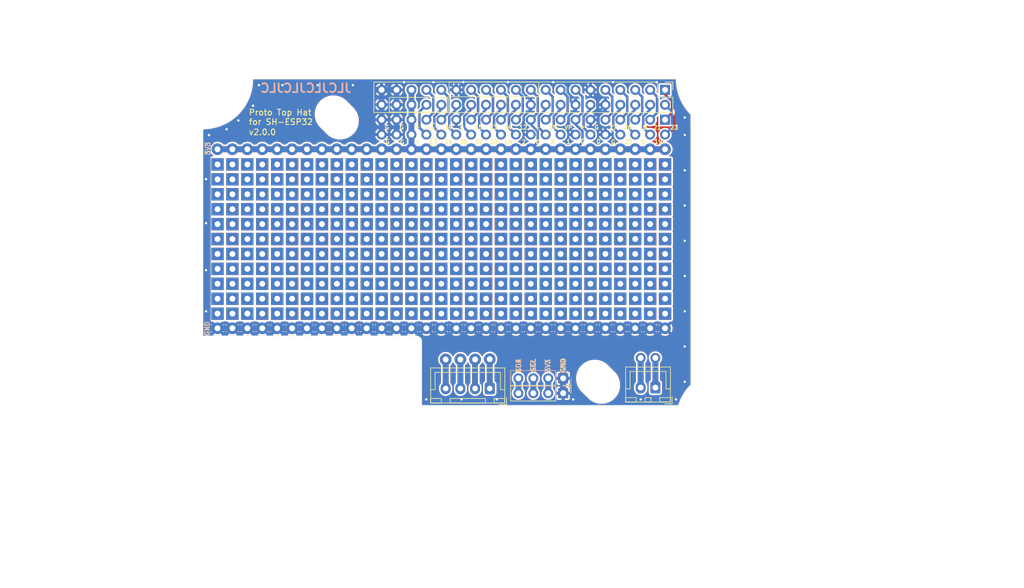
<source format=kicad_pcb>
(kicad_pcb (version 20221018) (generator pcbnew)
  (title_block (title "SH-ESP32 Proto Top Hat") (date "2023-08-08") (rev "2.0.0") (company "Hat Labs Ltd") (comment 1 "https://creativecommons.org/licenses/by-sa/4.0") (comment 2 "To view a copy of this license, visit ") (comment 3 "Sailor Hat for ESP32 is licensed under CC BY-SA 4.0."))
  (layers (0 "F.Cu" signal) (31 "B.Cu" signal) (34 "B.Paste" user) (35 "F.Paste" user) (36 "B.SilkS" user "B.Silkscreen") (37 "F.SilkS" user "F.Silkscreen") (38 "B.Mask" user) (39 "F.Mask" user) (44 "Edge.Cuts" user))
  (net 0 "")
  (net 1 "GND")
  (net 2 "+3V3")
  (net 3 "/IOHeader/IO17_C_SCL")
  (net 4 "/IOHeader/IO4_C")
  (net 5 "/IOHeader/IO16_C_SDA")
  (net 6 "/IOHeader/IO34_C")
  (net 7 "/IOHeader/IO35_C")
  (net 8 "/IOHeader/IO32_C")
  (net 9 "/IOHeader/IO15")
  (net 10 "/IOHeader/IO33_C")
  (net 11 "/IOHeader/IO13")
  (net 12 "/IOHeader/EN")
  (net 13 "/IOHeader/IO14")
  (net 14 "/IOHeader/IO2")
  (net 15 "/IOHeader/IO12")
  (net 16 "/IOHeader/RXD0_C")
  (net 17 "/IOHeader/SENSOR_VN")
  (net 18 "/IOHeader/TXD0_C")
  (net 19 "/IOHeader/SENSOR_VP")
  (net 20 "/IOHeader/IO0")
  (net 21 "/IOHeader/IO27")
  (net 22 "/IOHeader/IO25")
  (net 23 "/IOHeader/IO26")
  (net 24 "/IOHeader/IO5")
  (net 25 "/IOHeader/IO18")
  (net 26 "/IOHeader/IO19")
  (net 27 "/IOHeader/IO21")
  (net 28 "/IOHeader/IO22")
  (net 29 "/IOHeader/IO23")
  (net 30 "Net-(J301-Pad2)")
  (net 31 "Net-(J301-Pad1)")
  (net 32 "Net-(J306-Pad4)")
  (net 33 "Net-(J306-Pad3)")
  (net 34 "Net-(J306-Pad2)")
  (net 35 "Net-(J306-Pad1)")
  (net 36 "/IOHeader/SDA")
  (net 37 "/IOHeader/SCL")
  (net 38 "/IOHeader/3V3")
  (footprint "SH-ESP32:MountingSlot_3.2mm_M3_Unplated" (layer "F.Cu") (at 111.75 63.5 135)
    (fp_text reference "H1001" hide)
    (fp_text value "MountingHole" hide)
  )
  (footprint "SH-ESP32:MountingSlot_3.2mm_M3_Unplated" (layer "F.Cu") (at 156.25 108.5 135)
    (fp_text reference "H1002" hide)
    (fp_text value "MountingHole" hide)
  )
  (footprint "Connector_PinHeader_2.54mm:PinHeader_2x20_P2.54mm_Vertical" (layer "F.Cu") (at 167.65 58.8 -90)
    (fp_text reference "J302" hide)
    (fp_text value "GPIO" hide)
  )
  (footprint "Connector_JST:JST_XH_B2B-XH-A_1x02_P2.50mm_Vertical" (layer "F.Cu") (at 166 109.5 180)
    (fp_text reference "J301" hide)
    (fp_text value "Conn_01x02" hide)
  )
  (footprint "ESP32-HAT:ProtoPad-Drill1mm" (layer "F.Cu") (at 166 104.5)
    (fp_text reference "P301" hide)
    (fp_text value "Conn_01x01_Male" hide)
  )
  (footprint "ESP32-HAT:ProtoPad-Drill1mm" (layer "F.Cu") (at 163.5 104.5)
    (fp_text reference "P302" hide)
    (fp_text value "Conn_01x01_Male" hide)
  )
  (footprint "Connector_PinHeader_2.54mm:PinHeader_2x20_P2.54mm_Vertical" (layer "F.Cu") (at 167.65 63.88 -90)
    (fp_text reference "J307" hide)
    (fp_text value "GPIO" hide)
  )
  (footprint "SH-ESP32:THTPad_2.1x2.1mm_Drill1.0mm" (layer "F.Cu") (at 91.45 74.04)
    (fp_text reference "REF**" hide)
    (fp_text value "THTPad_2.1x2.1mm_Drill1.0mm" hide)
  )
  (footprint "SH-ESP32:THTPad_2.1x2.1mm_Drill1.0mm" (layer "F.Cu") (at 93.99 74.04)
    (fp_text reference "REF**" hide)
    (fp_text value "THTPad_2.1x2.1mm_Drill1.0mm" hide)
  )
  (footprint "SH-ESP32:THTPad_2.1x2.1mm_Drill1.0mm" (layer "F.Cu") (at 91.45 76.58)
    (fp_text reference "REF**" hide)
    (fp_text value "THTPad_2.1x2.1mm_Drill1.0mm" hide)
  )
  (footprint "SH-ESP32:THTPad_2.1x2.1mm_Drill1.0mm" (layer "F.Cu") (at 93.99 76.58)
    (fp_text reference "REF**" hide)
    (fp_text value "THTPad_2.1x2.1mm_Drill1.0mm" hide)
  )
  (footprint "SH-ESP32:THTPad_2.1x2.1mm_Drill1.0mm" (layer "F.Cu") (at 91.45 79.12)
    (fp_text reference "REF**" hide)
    (fp_text value "THTPad_2.1x2.1mm_Drill1.0mm" hide)
  )
  (footprint "SH-ESP32:THTPad_2.1x2.1mm_Drill1.0mm" (layer "F.Cu") (at 93.99 79.12)
    (fp_text reference "REF**" hide)
    (fp_text value "THTPad_2.1x2.1mm_Drill1.0mm" hide)
  )
  (footprint "SH-ESP32:THTPad_2.1x2.1mm_Drill1.0mm" (layer "F.Cu") (at 93.99 81.66)
    (fp_text reference "REF**" hide)
    (fp_text value "THTPad_2.1x2.1mm_Drill1.0mm" hide)
  )
  (footprint "SH-ESP32:THTPad_2.1x2.1mm_Drill1.0mm" (layer "F.Cu") (at 91.45 81.66)
    (fp_text reference "REF**" hide)
    (fp_text value "THTPad_2.1x2.1mm_Drill1.0mm" hide)
  )
  (footprint "SH-ESP32:THTPad_2.1x2.1mm_Drill1.0mm" (layer "F.Cu") (at 91.45 84.2)
    (fp_text reference "REF**" hide)
    (fp_text value "THTPad_2.1x2.1mm_Drill1.0mm" hide)
  )
  (footprint "SH-ESP32:THTPad_2.1x2.1mm_Drill1.0mm" (layer "F.Cu") (at 93.99 84.2)
    (fp_text reference "REF**" hide)
    (fp_text value "THTPad_2.1x2.1mm_Drill1.0mm" hide)
  )
  (footprint "SH-ESP32:THTPad_2.1x2.1mm_Drill1.0mm" (layer "F.Cu") (at 91.45 86.74)
    (fp_text reference "REF**" hide)
    (fp_text value "THTPad_2.1x2.1mm_Drill1.0mm" hide)
  )
  (footprint "SH-ESP32:THTPad_2.1x2.1mm_Drill1.0mm" (layer "F.Cu") (at 93.99 86.74)
    (fp_text reference "REF**" hide)
    (fp_text value "THTPad_2.1x2.1mm_Drill1.0mm" hide)
  )
  (footprint "SH-ESP32:THTPad_2.1x2.1mm_Drill1.0mm" (layer "F.Cu") (at 91.45 89.28)
    (fp_text reference "REF**" hide)
    (fp_text value "THTPad_2.1x2.1mm_Drill1.0mm" hide)
  )
  (footprint "SH-ESP32:THTPad_2.1x2.1mm_Drill1.0mm" (layer "F.Cu") (at 93.99 89.28)
    (fp_text reference "REF**" hide)
    (fp_text value "THTPad_2.1x2.1mm_Drill1.0mm" hide)
  )
  (footprint "SH-ESP32:THTPad_2.1x2.1mm_Drill1.0mm" (layer "F.Cu") (at 93.99 91.82)
    (fp_text reference "REF**" hide)
    (fp_text value "THTPad_2.1x2.1mm_Drill1.0mm" hide)
  )
  (footprint "SH-ESP32:THTPad_2.1x2.1mm_Drill1.0mm" (layer "F.Cu") (at 91.45 91.82)
    (fp_text reference "REF**" hide)
    (fp_text value "THTPad_2.1x2.1mm_Drill1.0mm" hide)
  )
  (footprint "SH-ESP32:THTPad_2.1x2.1mm_Drill1.0mm" (layer "F.Cu") (at 91.45 94.36)
    (fp_text reference "REF**" hide)
    (fp_text value "THTPad_2.1x2.1mm_Drill1.0mm" hide)
  )
  (footprint "SH-ESP32:THTPad_2.1x2.1mm_Drill1.0mm" (layer "F.Cu") (at 93.99 94.36)
    (fp_text reference "REF**" hide)
    (fp_text value "THTPad_2.1x2.1mm_Drill1.0mm" hide)
  )
  (footprint "SH-ESP32:THTPad_2.1x2.1mm_Drill1.0mm" (layer "F.Cu") (at 91.45 96.9)
    (fp_text reference "REF**" hide)
    (fp_text value "THTPad_2.1x2.1mm_Drill1.0mm" hide)
  )
  (footprint "SH-ESP32:THTPad_2.1x2.1mm_Drill1.0mm" (layer "F.Cu") (at 93.99 96.9)
    (fp_text reference "REF**" hide)
    (fp_text value "THTPad_2.1x2.1mm_Drill1.0mm" hide)
  )
  (footprint "SH-ESP32:THTPad_2.1x2.1mm_Drill1.0mm" (layer "F.Cu") (at 99.07 89.28)
    (fp_text reference "REF**" hide)
    (fp_text value "THTPad_2.1x2.1mm_Drill1.0mm" hide)
  )
  (footprint "SH-ESP32:THTPad_2.1x2.1mm_Drill1.0mm" (layer "F.Cu") (at 96.53 94.36)
    (fp_text reference "REF**" hide)
    (fp_text value "THTPad_2.1x2.1mm_Drill1.0mm" hide)
  )
  (footprint "SH-ESP32:THTPad_2.1x2.1mm_Drill1.0mm" (layer "F.Cu") (at 99.07 94.36)
    (fp_text reference "REF**" hide)
    (fp_text value "THTPad_2.1x2.1mm_Drill1.0mm" hide)
  )
  (footprint "SH-ESP32:THTPad_2.1x2.1mm_Drill1.0mm" (layer "F.Cu") (at 96.53 91.82)
    (fp_text reference "REF**" hide)
    (fp_text value "THTPad_2.1x2.1mm_Drill1.0mm" hide)
  )
  (footprint "SH-ESP32:THTPad_2.1x2.1mm_Drill1.0mm" (layer "F.Cu") (at 99.07 91.82)
    (fp_text reference "REF**" hide)
    (fp_text value "THTPad_2.1x2.1mm_Drill1.0mm" hide)
  )
  (footprint "SH-ESP32:THTPad_2.1x2.1mm_Drill1.0mm" (layer "F.Cu") (at 96.53 76.58)
    (fp_text reference "REF**" hide)
    (fp_text value "THTPad_2.1x2.1mm_Drill1.0mm" hide)
  )
  (footprint "SH-ESP32:THTPad_2.1x2.1mm_Drill1.0mm" (layer "F.Cu") (at 96.53 84.2)
    (fp_text reference "REF**" hide)
    (fp_text value "THTPad_2.1x2.1mm_Drill1.0mm" hide)
  )
  (footprint "SH-ESP32:THTPad_2.1x2.1mm_Drill1.0mm" (layer "F.Cu") (at 96.53 74.04)
    (fp_text reference "REF**" hide)
    (fp_text value "THTPad_2.1x2.1mm_Drill1.0mm" hide)
  )
  (footprint "SH-ESP32:THTPad_2.1x2.1mm_Drill1.0mm" (layer "F.Cu") (at 99.07 84.2)
    (fp_text reference "REF**" hide)
    (fp_text value "THTPad_2.1x2.1mm_Drill1.0mm" hide)
  )
  (footprint "SH-ESP32:THTPad_2.1x2.1mm_Drill1.0mm" (layer "F.Cu") (at 96.53 96.9)
    (fp_text reference "REF**" hide)
    (fp_text value "THTPad_2.1x2.1mm_Drill1.0mm" hide)
  )
  (footprint "SH-ESP32:THTPad_2.1x2.1mm_Drill1.0mm" (layer "F.Cu") (at 99.07 79.12)
    (fp_text reference "REF**" hide)
    (fp_text value "THTPad_2.1x2.1mm_Drill1.0mm" hide)
  )
  (footprint "SH-ESP32:THTPad_2.1x2.1mm_Drill1.0mm" (layer "F.Cu") (at 99.07 74.04)
    (fp_text reference "REF**" hide)
    (fp_text value "THTPad_2.1x2.1mm_Drill1.0mm" hide)
  )
  (footprint "SH-ESP32:THTPad_2.1x2.1mm_Drill1.0mm" (layer "F.Cu") (at 99.07 96.9)
    (fp_text reference "REF**" hide)
    (fp_text value "THTPad_2.1x2.1mm_Drill1.0mm" hide)
  )
  (footprint "SH-ESP32:THTPad_2.1x2.1mm_Drill1.0mm" (layer "F.Cu") (at 96.53 79.12)
    (fp_text reference "REF**" hide)
    (fp_text value "THTPad_2.1x2.1mm_Drill1.0mm" hide)
  )
  (footprint "SH-ESP32:THTPad_2.1x2.1mm_Drill1.0mm" (layer "F.Cu") (at 99.07 76.58)
    (fp_text reference "REF**" hide)
    (fp_text value "THTPad_2.1x2.1mm_Drill1.0mm" hide)
  )
  (footprint "SH-ESP32:THTPad_2.1x2.1mm_Drill1.0mm" (layer "F.Cu") (at 96.53 71.5)
    (fp_text reference "REF**" hide)
    (fp_text value "THTPad_2.1x2.1mm_Drill1.0mm" hide)
  )
  (footprint "SH-ESP32:THTPad_2.1x2.1mm_Drill1.0mm" (layer "F.Cu") (at 96.53 86.74)
    (fp_text reference "REF**" hide)
    (fp_text value "THTPad_2.1x2.1mm_Drill1.0mm" hide)
  )
  (footprint "SH-ESP32:THTPad_2.1x2.1mm_Drill1.0mm" (layer "F.Cu") (at 99.07 86.74)
    (fp_text reference "REF**" hide)
    (fp_text value "THTPad_2.1x2.1mm_Drill1.0mm" hide)
  )
  (footprint "SH-ESP32:THTPad_2.1x2.1mm_Drill1.0mm" (layer "F.Cu") (at 96.53 89.28)
    (fp_text reference "REF**" hide)
    (fp_text value "THTPad_2.1x2.1mm_Drill1.0mm" hide)
  )
  (footprint "SH-ESP32:THTPad_2.1x2.1mm_Drill1.0mm" (layer "F.Cu") (at 99.07 71.5)
    (fp_text reference "REF**" hide)
    (fp_text value "THTPad_2.1x2.1mm_Drill1.0mm" hide)
  )
  (footprint "SH-ESP32:THTPad_2.1x2.1mm_Drill1.0mm" (layer "F.Cu") (at 96.53 81.66)
    (fp_text reference "REF**" hide)
    (fp_text value "THTPad_2.1x2.1mm_Drill1.0mm" hide)
  )
  (footprint "SH-ESP32:THTPad_2.1x2.1mm_Drill1.0mm" (layer "F.Cu") (at 99.07 81.66)
    (fp_text reference "REF**" hide)
    (fp_text value "THTPad_2.1x2.1mm_Drill1.0mm" hide)
  )
  (footprint "SH-ESP32:THTPad_2.1x2.1mm_Drill1.0mm" (layer "F.Cu") (at 101.61 94.36)
    (fp_text reference "REF**" hide)
    (fp_text value "THTPad_2.1x2.1mm_Drill1.0mm" hide)
  )
  (footprint "SH-ESP32:THTPad_2.1x2.1mm_Drill1.0mm" (layer "F.Cu") (at 101.61 76.58)
    (fp_text reference "REF**" hide)
    (fp_text value "THTPad_2.1x2.1mm_Drill1.0mm" hide)
  )
  (footprint "SH-ESP32:THTPad_2.1x2.1mm_Drill1.0mm" (layer "F.Cu") (at 104.15 74.04)
    (fp_text reference "REF**" hide)
    (fp_text value "THTPad_2.1x2.1mm_Drill1.0mm" hide)
  )
  (footprint "SH-ESP32:THTPad_2.1x2.1mm_Drill1.0mm" (layer "F.Cu") (at 101.61 74.04)
    (fp_text reference "REF**" hide)
    (fp_text value "THTPad_2.1x2.1mm_Drill1.0mm" hide)
  )
  (footprint "SH-ESP32:THTPad_2.1x2.1mm_Drill1.0mm" (layer "F.Cu") (at 104.15 94.36)
    (fp_text reference "REF**" hide)
    (fp_text value "THTPad_2.1x2.1mm_Drill1.0mm" hide)
  )
  (footprint "SH-ESP32:THTPad_2.1x2.1mm_Drill1.0mm" (layer "F.Cu") (at 101.61 96.9)
    (fp_text reference "REF**" hide)
    (fp_text value "THTPad_2.1x2.1mm_Drill1.0mm" hide)
  )
  (footprint "SH-ESP32:THTPad_2.1x2.1mm_Drill1.0mm" (layer "F.Cu") (at 101.61 91.82)
    (fp_text reference "REF**" hide)
    (fp_text value "THTPad_2.1x2.1mm_Drill1.0mm" hide)
  )
  (footprint "SH-ESP32:THTPad_2.1x2.1mm_Drill1.0mm" (layer "F.Cu") (at 104.15 96.9)
    (fp_text reference "REF**" hide)
    (fp_text value "THTPad_2.1x2.1mm_Drill1.0mm" hide)
  )
  (footprint "SH-ESP32:THTPad_2.1x2.1mm_Drill1.0mm" (layer "F.Cu") (at 104.15 79.12)
    (fp_text reference "REF**" hide)
    (fp_text value "THTPad_2.1x2.1mm_Drill1.0mm" hide)
  )
  (footprint "SH-ESP32:THTPad_2.1x2.1mm_Drill1.0mm" (layer "F.Cu") (at 104.15 84.2)
    (fp_text reference "REF**" hide)
    (fp_text value "THTPad_2.1x2.1mm_Drill1.0mm" hide)
  )
  (footprint "SH-ESP32:THTPad_2.1x2.1mm_Drill1.0mm" (layer "F.Cu") (at 101.61 71.5)
    (fp_text reference "REF**" hide)
    (fp_text value "THTPad_2.1x2.1mm_Drill1.0mm" hide)
  )
  (footprint "SH-ESP32:THTPad_2.1x2.1mm_Drill1.0mm" (layer "F.Cu") (at 101.61 81.66)
    (fp_text reference "REF**" hide)
    (fp_text value "THTPad_2.1x2.1mm_Drill1.0mm" hide)
  )
  (footprint "SH-ESP32:THTPad_2.1x2.1mm_Drill1.0mm" (layer "F.Cu") (at 101.61 86.74)
    (fp_text reference "REF**" hide)
    (fp_text value "THTPad_2.1x2.1mm_Drill1.0mm" hide)
  )
  (footprint "SH-ESP32:THTPad_2.1x2.1mm_Drill1.0mm" (layer "F.Cu") (at 104.15 91.82)
    (fp_text reference "REF**" hide)
    (fp_text value "THTPad_2.1x2.1mm_Drill1.0mm" hide)
  )
  (footprint "SH-ESP32:THTPad_2.1x2.1mm_Drill1.0mm" (layer "F.Cu") (at 104.15 89.28)
    (fp_text reference "REF**" hide)
    (fp_text value "THTPad_2.1x2.1mm_Drill1.0mm" hide)
  )
  (footprint "SH-ESP32:THTPad_2.1x2.1mm_Drill1.0mm" (layer "F.Cu") (at 104.15 76.58)
    (fp_text reference "REF**" hide)
    (fp_text value "THTPad_2.1x2.1mm_Drill1.0mm" hide)
  )
  (footprint "SH-ESP32:THTPad_2.1x2.1mm_Drill1.0mm" (layer "F.Cu") (at 104.15 86.74)
    (fp_text reference "REF**" hide)
    (fp_text value "THTPad_2.1x2.1mm_Drill1.0mm" hide)
  )
  (footprint "SH-ESP32:THTPad_2.1x2.1mm_Drill1.0mm" (layer "F.Cu") (at 101.61 89.28)
    (fp_text reference "REF**" hide)
    (fp_text value "THTPad_2.1x2.1mm_Drill1.0mm" hide)
  )
  (footprint "SH-ESP32:THTPad_2.1x2.1mm_Drill1.0mm" (layer "F.Cu") (at 101.61 84.2)
    (fp_text reference "REF**" hide)
    (fp_text value "THTPad_2.1x2.1mm_Drill1.0mm" hide)
  )
  (footprint "SH-ESP32:THTPad_2.1x2.1mm_Drill1.0mm" (layer "F.Cu") (at 104.15 81.66)
    (fp_text reference "REF**" hide)
    (fp_text value "THTPad_2.1x2.1mm_Drill1.0mm" hide)
  )
  (footprint "SH-ESP32:THTPad_2.1x2.1mm_Drill1.0mm" (layer "F.Cu") (at 101.61 79.12)
    (fp_text reference "REF**" hide)
    (fp_text value "THTPad_2.1x2.1mm_Drill1.0mm" hide)
  )
  (footprint "SH-ESP32:THTPad_2.1x2.1mm_Drill1.0mm" (layer "F.Cu") (at 104.15 71.5)
    (fp_text reference "REF**" hide)
    (fp_text value "THTPad_2.1x2.1mm_Drill1.0mm" hide)
  )
  (footprint "SH-ESP32:THTPad_2.1x2.1mm_Drill1.0mm" (layer "F.Cu") (at 106.69 71.5)
    (fp_text reference "REF**" hide)
    (fp_text value "THTPad_2.1x2.1mm_Drill1.0mm" hide)
  )
  (footprint "SH-ESP32:THTPad_2.1x2.1mm_Drill1.0mm" (layer "F.Cu") (at 106.69 81.66)
    (fp_text reference "REF**" hide)
    (fp_text value "THTPad_2.1x2.1mm_Drill1.0mm" hide)
  )
  (footprint "SH-ESP32:THTPad_2.1x2.1mm_Drill1.0mm" (layer "F.Cu") (at 106.69 86.74)
    (fp_text reference "REF**" hide)
    (fp_text value "THTPad_2.1x2.1mm_Drill1.0mm" hide)
  )
  (footprint "SH-ESP32:THTPad_2.1x2.1mm_Drill1.0mm" (layer "F.Cu") (at 109.23 91.82)
    (fp_text reference "REF**" hide)
    (fp_text value "THTPad_2.1x2.1mm_Drill1.0mm" hide)
  )
  (footprint "SH-ESP32:THTPad_2.1x2.1mm_Drill1.0mm" (layer "F.Cu") (at 109.23 89.28)
    (fp_text reference "REF**" hide)
    (fp_text value "THTPad_2.1x2.1mm_Drill1.0mm" hide)
  )
  (footprint "SH-ESP32:THTPad_2.1x2.1mm_Drill1.0mm" (layer "F.Cu") (at 109.23 76.58)
    (fp_text reference "REF**" hide)
    (fp_text value "THTPad_2.1x2.1mm_Drill1.0mm" hide)
  )
  (footprint "SH-ESP32:THTPad_2.1x2.1mm_Drill1.0mm" (layer "F.Cu") (at 106.69 91.82)
    (fp_text reference "REF**" hide)
    (fp_text value "THTPad_2.1x2.1mm_Drill1.0mm" hide)
  )
  (footprint "SH-ESP32:THTPad_2.1x2.1mm_Drill1.0mm" (layer "F.Cu") (at 106.69 96.9)
    (fp_text reference "REF**" hide)
    (fp_text value "THTPad_2.1x2.1mm_Drill1.0mm" hide)
  )
  (footprint "SH-ESP32:THTPad_2.1x2.1mm_Drill1.0mm" (layer "F.Cu") (at 106.69 84.2)
    (fp_text reference "REF**" hide)
    (fp_text value "THTPad_2.1x2.1mm_Drill1.0mm" hide)
  )
  (footprint "SH-ESP32:THTPad_2.1x2.1mm_Drill1.0mm" (layer "F.Cu") (at 109.23 81.66)
    (fp_text reference "REF**" hide)
    (fp_text value "THTPad_2.1x2.1mm_Drill1.0mm" hide)
  )
  (footprint "SH-ESP32:THTPad_2.1x2.1mm_Drill1.0mm" (layer "F.Cu") (at 106.69 79.12)
    (fp_text reference "REF**" hide)
    (fp_text value "THTPad_2.1x2.1mm_Drill1.0mm" hide)
  )
  (footprint "SH-ESP32:THTPad_2.1x2.1mm_Drill1.0mm" (layer "F.Cu") (at 109.23 71.5)
    (fp_text reference "REF**" hide)
    (fp_text value "THTPad_2.1x2.1mm_Drill1.0mm" hide)
  )
  (footprint "SH-ESP32:THTPad_2.1x2.1mm_Drill1.0mm" (layer "F.Cu") (at 106.69 89.28)
    (fp_text reference "REF**" hide)
    (fp_text value "THTPad_2.1x2.1mm_Drill1.0mm" hide)
  )
  (footprint "SH-ESP32:THTPad_2.1x2.1mm_Drill1.0mm" (layer "F.Cu") (at 109.23 86.74)
    (fp_text reference "REF**" hide)
    (fp_text value "THTPad_2.1x2.1mm_Drill1.0mm" hide)
  )
  (footprint "SH-ESP32:THTPad_2.1x2.1mm_Drill1.0mm" (layer "F.Cu") (at 106.69 94.36)
    (fp_text reference "REF**" hide)
    (fp_text value "THTPad_2.1x2.1mm_Drill1.0mm" hide)
  )
  (footprint "SH-ESP32:THTPad_2.1x2.1mm_Drill1.0mm" (layer "F.Cu") (at 109.23 74.04)
    (fp_text reference "REF**" hide)
    (fp_text value "THTPad_2.1x2.1mm_Drill1.0mm" hide)
  )
  (footprint "SH-ESP32:THTPad_2.1x2.1mm_Drill1.0mm" (layer "F.Cu") (at 106.69 76.58)
    (fp_text reference "REF**" hide)
    (fp_text value "THTPad_2.1x2.1mm_Drill1.0mm" hide)
  )
  (footprint "SH-ESP32:THTPad_2.1x2.1mm_Drill1.0mm" (layer "F.Cu") (at 109.23 94.36)
    (fp_text reference "REF**" hide)
    (fp_text value "THTPad_2.1x2.1mm_Drill1.0mm" hide)
  )
  (footprint "SH-ESP32:THTPad_2.1x2.1mm_Drill1.0mm" (layer "F.Cu") (at 109.23 96.9)
    (fp_text reference "REF**" hide)
    (fp_text value "THTPad_2.1x2.1mm_Drill1.0mm" hide)
  )
  (footprint "SH-ESP32:THTPad_2.1x2.1mm_Drill1.0mm" (layer "F.Cu") (at 109.23 84.2)
    (fp_text reference "REF**" hide)
    (fp_text value "THTPad_2.1x2.1mm_Drill1.0mm" hide)
  )
  (footprint "SH-ESP32:THTPad_2.1x2.1mm_Drill1.0mm" (layer "F.Cu") (at 106.69 74.04)
    (fp_text reference "REF**" hide)
    (fp_text value "THTPad_2.1x2.1mm_Drill1.0mm" hide)
  )
  (footprint "SH-ESP32:THTPad_2.1x2.1mm_Drill1.0mm" (layer "F.Cu") (at 109.23 79.12)
    (fp_text reference "REF**" hide)
    (fp_text value "THTPad_2.1x2.1mm_Drill1.0mm" hide)
  )
  (footprint "SH-ESP32:THTPad_2.1x2.1mm_Drill1.0mm" (layer "F.Cu") (at 114.31 86.74)
    (fp_text reference "REF**" hide)
    (fp_text value "THTPad_2.1x2.1mm_Drill1.0mm" hide)
  )
  (footprint "SH-ESP32:THTPad_2.1x2.1mm_Drill1.0mm" (layer "F.Cu") (at 111.77 79.12)
    (fp_text reference "REF**" hide)
    (fp_text value "THTPad_2.1x2.1mm_Drill1.0mm" hide)
  )
  (footprint "SH-ESP32:THTPad_2.1x2.1mm_Drill1.0mm" (layer "F.Cu") (at 111.77 71.5)
    (fp_text reference "REF**" hide)
    (fp_text value "THTPad_2.1x2.1mm_Drill1.0mm" hide)
  )
  (footprint "SH-ESP32:THTPad_2.1x2.1mm_Drill1.0mm" (layer "F.Cu") (at 114.31 91.82)
    (fp_text reference "REF**" hide)
    (fp_text value "THTPad_2.1x2.1mm_Drill1.0mm" hide)
  )
  (footprint "SH-ESP32:THTPad_2.1x2.1mm_Drill1.0mm" (layer "F.Cu") (at 114.31 96.9)
    (fp_text reference "REF**" hide)
    (fp_text value "THTPad_2.1x2.1mm_Drill1.0mm" hide)
  )
  (footprint "SH-ESP32:THTPad_2.1x2.1mm_Drill1.0mm" (layer "F.Cu") (at 111.77 94.36)
    (fp_text reference "REF**" hide)
    (fp_text value "THTPad_2.1x2.1mm_Drill1.0mm" hide)
  )
  (footprint "SH-ESP32:THTPad_2.1x2.1mm_Drill1.0mm" (layer "F.Cu") (at 114.31 74.04)
    (fp_text reference "REF**" hide)
    (fp_text value "THTPad_2.1x2.1mm_Drill1.0mm" hide)
  )
  (footprint "SH-ESP32:THTPad_2.1x2.1mm_Drill1.0mm" (layer "F.Cu") (at 114.31 94.36)
    (fp_text reference "REF**" hide)
    (fp_text value "THTPad_2.1x2.1mm_Drill1.0mm" hide)
  )
  (footprint "SH-ESP32:THTPad_2.1x2.1mm_Drill1.0mm" (layer "F.Cu") (at 111.77 76.58)
    (fp_text reference "REF**" hide)
    (fp_text value "THTPad_2.1x2.1mm_Drill1.0mm" hide)
  )
  (footprint "SH-ESP32:THTPad_2.1x2.1mm_Drill1.0mm" (layer "F.Cu") (at 114.31 71.5)
    (fp_text reference "REF**" hide)
    (fp_text value "THTPad_2.1x2.1mm_Drill1.0mm" hide)
  )
  (footprint "SH-ESP32:THTPad_2.1x2.1mm_Drill1.0mm" (layer "F.Cu") (at 111.77 86.74)
    (fp_text reference "REF**" hide)
    (fp_text value "THTPad_2.1x2.1mm_Drill1.0mm" hide)
  )
  (footprint "SH-ESP32:THTPad_2.1x2.1mm_Drill1.0mm" (layer "F.Cu") (at 111.77 81.66)
    (fp_text reference "REF**" hide)
    (fp_text value "THTPad_2.1x2.1mm_Drill1.0mm" hide)
  )
  (footprint "SH-ESP32:THTPad_2.1x2.1mm_Drill1.0mm" (layer "F.Cu") (at 114.31 76.58)
    (fp_text reference "REF**" hide)
    (fp_text value "THTPad_2.1x2.1mm_Drill1.0mm" hide)
  )
  (footprint "SH-ESP32:THTPad_2.1x2.1mm_Drill1.0mm" (layer "F.Cu") (at 114.31 81.66)
    (fp_text reference "REF**" hide)
    (fp_text value "THTPad_2.1x2.1mm_Drill1.0mm" hide)
  )
  (footprint "SH-ESP32:THTPad_2.1x2.1mm_Drill1.0mm" (layer "F.Cu") (at 111.77 84.2)
    (fp_text reference "REF**" hide)
    (fp_text value "THTPad_2.1x2.1mm_Drill1.0mm" hide)
  )
  (footprint "SH-ESP32:THTPad_2.1x2.1mm_Drill1.0mm" (layer "F.Cu") (at 114.31 89.28)
    (fp_text reference "REF**" hide)
    (fp_text value "THTPad_2.1x2.1mm_Drill1.0mm" hide)
  )
  (footprint "SH-ESP32:THTPad_2.1x2.1mm_Drill1.0mm" (layer "F.Cu") (at 111.77 91.82)
    (fp_text reference "REF**" hide)
    (fp_text value "THTPad_2.1x2.1mm_Drill1.0mm" hide)
  )
  (footprint "SH-ESP32:THTPad_2.1x2.1mm_Drill1.0mm" (layer "F.Cu") (at 111.77 96.9)
    (fp_text reference "REF**" hide)
    (fp_text value "THTPad_2.1x2.1mm_Drill1.0mm" hide)
  )
  (footprint "SH-ESP32:THTPad_2.1x2.1mm_Drill1.0mm" (layer "F.Cu") (at 111.77 89.28)
    (fp_text reference "REF**" hide)
    (fp_text value "THTPad_2.1x2.1mm_Drill1.0mm" hide)
  )
  (footprint "SH-ESP32:THTPad_2.1x2.1mm_Drill1.0mm" (layer "F.Cu") (at 114.31 79.12)
    (fp_text reference "REF**" hide)
    (fp_text value "THTPad_2.1x2.1mm_Drill1.0mm" hide)
  )
  (footprint "SH-ESP32:THTPad_2.1x2.1mm_Drill1.0mm" (layer "F.Cu") (at 111.77 74.04)
    (fp_text reference "REF**" hide)
    (fp_text value "THTPad_2.1x2.1mm_Drill1.0mm" hide)
  )
  (footprint "SH-ESP32:THTPad_2.1x2.1mm_Drill1.0mm" (layer "F.Cu") (at 114.31 84.2)
    (fp_text reference "REF**" hide)
    (fp_text value "THTPad_2.1x2.1mm_Drill1.0mm" hide)
  )
  (footprint "SH-ESP32:THTPad_2.1x2.1mm_Drill1.0mm" (layer "F.Cu") (at 119.39 71.5)
    (fp_text reference "REF**" hide)
    (fp_text value "THTPad_2.1x2.1mm_Drill1.0mm" hide)
  )
  (footprint "SH-ESP32:THTPad_2.1x2.1mm_Drill1.0mm" (layer "F.Cu") (at 116.85 76.58)
    (fp_text reference "REF**" hide)
    (fp_text value "THTPad_2.1x2.1mm_Drill1.0mm" hide)
  )
  (footprint "SH-ESP32:THTPad_2.1x2.1mm_Drill1.0mm" (layer "F.Cu") (at 119.39 74.04)
    (fp_text reference "REF**" hide)
    (fp_text value "THTPad_2.1x2.1mm_Drill1.0mm" hide)
  )
  (footprint "SH-ESP32:THTPad_2.1x2.1mm_Drill1.0mm" (layer "F.Cu") (at 119.39 96.9)
    (fp_text reference "REF**" hide)
    (fp_text value "THTPad_2.1x2.1mm_Drill1.0mm" hide)
  )
  (footprint "SH-ESP32:THTPad_2.1x2.1mm_Drill1.0mm" (layer "F.Cu") (at 119.39 79.12)
    (fp_text reference "REF**" hide)
    (fp_text value "THTPad_2.1x2.1mm_Drill1.0mm" hide)
  )
  (footprint "SH-ESP32:THTPad_2.1x2.1mm_Drill1.0mm" (layer "F.Cu") (at 116.85 79.12)
    (fp_text reference "REF**" hide)
    (fp_text value "THTPad_2.1x2.1mm_Drill1.0mm" hide)
  )
  (footprint "SH-ESP32:THTPad_2.1x2.1mm_Drill1.0mm" (layer "F.Cu") (at 116.85 71.5)
    (fp_text reference "REF**" hide)
    (fp_text value "THTPad_2.1x2.1mm_Drill1.0mm" hide)
  )
  (footprint "SH-ESP32:THTPad_2.1x2.1mm_Drill1.0mm" (layer "F.Cu") (at 119.39 91.82)
    (fp_text reference "REF**" hide)
    (fp_text value "THTPad_2.1x2.1mm_Drill1.0mm" hide)
  )
  (footprint "SH-ESP32:THTPad_2.1x2.1mm_Drill1.0mm" (layer "F.Cu") (at 116.85 89.28)
    (fp_text reference "REF**" hide)
    (fp_text value "THTPad_2.1x2.1mm_Drill1.0mm" hide)
  )
  (footprint "SH-ESP32:THTPad_2.1x2.1mm_Drill1.0mm" (layer "F.Cu") (at 116.85 74.04)
    (fp_text reference "REF**" hide)
    (fp_text value "THTPad_2.1x2.1mm_Drill1.0mm" hide)
  )
  (footprint "SH-ESP32:THTPad_2.1x2.1mm_Drill1.0mm" (layer "F.Cu") (at 119.39 94.36)
    (fp_text reference "REF**" hide)
    (fp_text value "THTPad_2.1x2.1mm_Drill1.0mm" hide)
  )
  (footprint "SH-ESP32:THTPad_2.1x2.1mm_Drill1.0mm" (layer "F.Cu") (at 119.39 84.2)
    (fp_text reference "REF**" hide)
    (fp_text value "THTPad_2.1x2.1mm_Drill1.0mm" hide)
  )
  (footprint "SH-ESP32:THTPad_2.1x2.1mm_Drill1.0mm" (layer "F.Cu") (at 116.85 86.74)
    (fp_text reference "REF**" hide)
    (fp_text value "THTPad_2.1x2.1mm_Drill1.0mm" hide)
  )
  (footprint "SH-ESP32:THTPad_2.1x2.1mm_Drill1.0mm" (layer "F.Cu") (at 116.85 81.66)
    (fp_text reference "REF**" hide)
    (fp_text value "THTPad_2.1x2.1mm_Drill1.0mm" hide)
  )
  (footprint "SH-ESP32:THTPad_2.1x2.1mm_Drill1.0mm" (layer "F.Cu") (at 119.39 76.58)
    (fp_text reference "REF**" hide)
    (fp_text value "THTPad_2.1x2.1mm_Drill1.0mm" hide)
  )
  (footprint "SH-ESP32:THTPad_2.1x2.1mm_Drill1.0mm" (layer "F.Cu") (at 119.39 81.66)
    (fp_text reference "REF**" hide)
    (fp_text value "THTPad_2.1x2.1mm_Drill1.0mm" hide)
  )
  (footprint "SH-ESP32:THTPad_2.1x2.1mm_Drill1.0mm" (layer "F.Cu") (at 116.85 84.2)
    (fp_text reference "REF**" hide)
    (fp_text value "THTPad_2.1x2.1mm_Drill1.0mm" hide)
  )
  (footprint "SH-ESP32:THTPad_2.1x2.1mm_Drill1.0mm" (layer "F.Cu") (at 119.39 89.28)
    (fp_text reference "REF**" hide)
    (fp_text value "THTPad_2.1x2.1mm_Drill1.0mm" hide)
  )
  (footprint "SH-ESP32:THTPad_2.1x2.1mm_Drill1.0mm" (layer "F.Cu") (at 116.85 91.82)
    (fp_text reference "REF**" hide)
    (fp_text value "THTPad_2.1x2.1mm_Drill1.0mm" hide)
  )
  (footprint "SH-ESP32:THTPad_2.1x2.1mm_Drill1.0mm" (layer "F.Cu") (at 116.85 94.36)
    (fp_text reference "REF**" hide)
    (fp_text value "THTPad_2.1x2.1mm_Drill1.0mm" hide)
  )
  (footprint "SH-ESP32:THTPad_2.1x2.1mm_Drill1.0mm" (layer "F.Cu") (at 119.39 86.74)
    (fp_text reference "REF**" hide)
    (fp_text value "THTPad_2.1x2.1mm_Drill1.0mm" hide)
  )
  (footprint "SH-ESP32:THTPad_2.1x2.1mm_Drill1.0mm" (layer "F.Cu") (at 116.85 96.9)
    (fp_text reference "REF**" hide)
    (fp_text value "THTPad_2.1x2.1mm_Drill1.0mm" hide)
  )
  (footprint "SH-ESP32:THTPad_2.1x2.1mm_Drill1.0mm" (layer "F.Cu") (at 121.93 76.58)
    (fp_text reference "REF**" hide)
    (fp_text value "THTPad_2.1x2.1mm_Drill1.0mm" hide)
  )
  (footprint "SH-ESP32:THTPad_2.1x2.1mm_Drill1.0mm" (layer "F.Cu") (at 124.47 74.04)
    (fp_text reference "REF**" hide)
    (fp_text value "THTPad_2.1x2.1mm_Drill1.0mm" hide)
  )
  (footprint "SH-ESP32:THTPad_2.1x2.1mm_Drill1.0mm" (layer "F.Cu") (at 124.47 96.9)
    (fp_text reference "REF**" hide)
    (fp_text value "THTPad_2.1x2.1mm_Drill1.0mm" hide)
  )
  (footprint "SH-ESP32:THTPad_2.1x2.1mm_Drill1.0mm" (layer "F.Cu") (at 124.47 79.12)
    (fp_text reference "REF**" hide)
    (fp_text value "THTPad_2.1x2.1mm_Drill1.0mm" hide)
  )
  (footprint "SH-ESP32:THTPad_2.1x2.1mm_Drill1.0mm" (layer "F.Cu") (at 121.93 79.12)
    (fp_text reference "REF**" hide)
    (fp_text value "THTPad_2.1x2.1mm_Drill1.0mm" hide)
  )
  (footprint "SH-ESP32:THTPad_2.1x2.1mm_Drill1.0mm" (layer "F.Cu") (at 124.47 86.74)
    (fp_text reference "REF**" hide)
    (fp_text value "THTPad_2.1x2.1mm_Drill1.0mm" hide)
  )
  (footprint "SH-ESP32:THTPad_2.1x2.1mm_Drill1.0mm" (layer "F.Cu") (at 124.47 71.5)
    (fp_text reference "REF**" hide)
    (fp_text value "THTPad_2.1x2.1mm_Drill1.0mm" hide)
  )
  (footprint "SH-ESP32:THTPad_2.1x2.1mm_Drill1.0mm" (layer "F.Cu") (at 124.47 94.36)
    (fp_text reference "REF**" hide)
    (fp_text value "THTPad_2.1x2.1mm_Drill1.0mm" hide)
  )
  (footprint "SH-ESP32:THTPad_2.1x2.1mm_Drill1.0mm" (layer "F.Cu") (at 121.93 71.5)
    (fp_text reference "REF**" hide)
    (fp_text value "THTPad_2.1x2.1mm_Drill1.0mm" hide)
  )
  (footprint "SH-ESP32:THTPad_2.1x2.1mm_Drill1.0mm" (layer "F.Cu") (at 124.47 91.82)
    (fp_text reference "REF**" hide)
    (fp_text value "THTPad_2.1x2.1mm_Drill1.0mm" hide)
  )
  (footprint "SH-ESP32:THTPad_2.1x2.1mm_Drill1.0mm" (layer "F.Cu") (at 121.93 96.9)
    (fp_text reference "REF**" hide)
    (fp_text value "THTPad_2.1x2.1mm_Drill1.0mm" hide)
  )
  (footprint "SH-ESP32:THTPad_2.1x2.1mm_Drill1.0mm" (layer "F.Cu") (at 121.93 94.36)
    (fp_text reference "REF**" hide)
    (fp_text value "THTPad_2.1x2.1mm_Drill1.0mm" hide)
  )
  (footprint "SH-ESP32:THTPad_2.1x2.1mm_Drill1.0mm" (layer "F.Cu") (at 124.47 84.2)
    (fp_text reference "REF**" hide)
    (fp_text value "THTPad_2.1x2.1mm_Drill1.0mm" hide)
  )
  (footprint "SH-ESP32:THTPad_2.1x2.1mm_Drill1.0mm" (layer "F.Cu") (at 121.93 89.28)
    (fp_text reference "REF**" hide)
    (fp_text value "THTPad_2.1x2.1mm_Drill1.0mm" hide)
  )
  (footprint "SH-ESP32:THTPad_2.1x2.1mm_Drill1.0mm" (layer "F.Cu") (at 121.93 74.04)
    (fp_text reference "REF**" hide)
    (fp_text value "THTPad_2.1x2.1mm_Drill1.0mm" hide)
  )
  (footprint "SH-ESP32:THTPad_2.1x2.1mm_Drill1.0mm" (layer "F.Cu") (at 121.93 81.66)
    (fp_text reference "REF**" hide)
    (fp_text value "THTPad_2.1x2.1mm_Drill1.0mm" hide)
  )
  (footprint "SH-ESP32:THTPad_2.1x2.1mm_Drill1.0mm" (layer "F.Cu") (at 121.93 86.74)
    (fp_text reference "REF**" hide)
    (fp_text value "THTPad_2.1x2.1mm_Drill1.0mm" hide)
  )
  (footprint "SH-ESP32:THTPad_2.1x2.1mm_Drill1.0mm" (layer "F.Cu") (at 124.47 76.58)
    (fp_text reference "REF**" hide)
    (fp_text value "THTPad_2.1x2.1mm_Drill1.0mm" hide)
  )
  (footprint "SH-ESP32:THTPad_2.1x2.1mm_Drill1.0mm" (layer "F.Cu") (at 124.47 81.66)
    (fp_text reference "REF**" hide)
    (fp_text value "THTPad_2.1x2.1mm_Drill1.0mm" hide)
  )
  (footprint "SH-ESP32:THTPad_2.1x2.1mm_Drill1.0mm" (layer "F.Cu") (at 121.93 84.2)
    (fp_text reference "REF**" hide)
    (fp_text value "THTPad_2.1x2.1mm_Drill1.0mm" hide)
  )
  (footprint "SH-ESP32:THTPad_2.1x2.1mm_Drill1.0mm" (layer "F.Cu") (at 124.47 89.28)
    (fp_text reference "REF**" hide)
    (fp_text value "THTPad_2.1x2.1mm_Drill1.0mm" hide)
  )
  (footprint "SH-ESP32:THTPad_2.1x2.1mm_Drill1.0mm" (layer "F.Cu") (at 121.93 91.82)
    (fp_text reference "REF**" hide)
    (fp_text value "THTPad_2.1x2.1mm_Drill1.0mm" hide)
  )
  (footprint "SH-ESP32:THTPad_2.1x2.1mm_Drill1.0mm" (layer "F.Cu") (at 129.55 74.04)
    (fp_text reference "REF**" hide)
    (fp_text value "THTPad_2.1x2.1mm_Drill1.0mm" hide)
  )
  (footprint "SH-ESP32:THTPad_2.1x2.1mm_Drill1.0mm" (layer "F.Cu") (at 129.55 96.9)
    (fp_text reference "REF**" hide)
    (fp_text value "THTPad_2.1x2.1mm_Drill1.0mm" hide)
  )
  (footprint "SH-ESP32:THTPad_2.1x2.1mm_Drill1.0mm" (layer "F.Cu") (at 127.01 84.2)
    (fp_text reference "REF**" hide)
    (fp_text value "THTPad_2.1x2.1mm_Drill1.0mm" hide)
  )
  (footprint "SH-ESP32:THTPad_2.1x2.1mm_Drill1.0mm" (layer "F.Cu") (at 129.55 79.12)
    (fp_text reference "REF**" hide)
    (fp_text value "THTPad_2.1x2.1mm_Drill1.0mm" hide)
  )
  (footprint "SH-ESP32:THTPad_2.1x2.1mm_Drill1.0mm" (layer "F.Cu") (at 127.01 86.74)
    (fp_text reference "REF**" hide)
    (fp_text value "THTPad_2.1x2.1mm_Drill1.0mm" hide)
  )
  (footprint "SH-ESP32:THTPad_2.1x2.1mm_Drill1.0mm" (layer "F.Cu") (at 129.55 76.58)
    (fp_text reference "REF**" hide)
    (fp_text value "THTPad_2.1x2.1mm_Drill1.0mm" hide)
  )
  (footprint "SH-ESP32:THTPad_2.1x2.1mm_Drill1.0mm" (layer "F.Cu") (at 129.55 94.36)
    (fp_text reference "REF**" hide)
    (fp_text value "THTPad_2.1x2.1mm_Drill1.0mm" hide)
  )
  (footprint "SH-ESP32:THTPad_2.1x2.1mm_Drill1.0mm" (layer "F.Cu") (at 127.01 94.36)
    (fp_text reference "REF**" hide)
    (fp_text value "THTPad_2.1x2.1mm_Drill1.0mm" hide)
  )
  (footprint "SH-ESP32:THTPad_2.1x2.1mm_Drill1.0mm" (layer "F.Cu") (at 129.55 71.5)
    (fp_text reference "REF**" hide)
    (fp_text value "THTPad_2.1x2.1mm_Drill1.0mm" hide)
  )
  (footprint "SH-ESP32:THTPad_2.1x2.1mm_Drill1.0mm" (layer "F.Cu") (at 129.55 89.28)
    (fp_text reference "REF**" hide)
    (fp_text value "THTPad_2.1x2.1mm_Drill1.0mm" hide)
  )
  (footprint "SH-ESP32:THTPad_2.1x2.1mm_Drill1.0mm" (layer "F.Cu") (at 129.55 81.66)
    (fp_text reference "REF**" hide)
    (fp_text value "THTPad_2.1x2.1mm_Drill1.0mm" hide)
  )
  (footprint "SH-ESP32:THTPad_2.1x2.1mm_Drill1.0mm" (layer "F.Cu") (at 127.01 74.04)
    (fp_text reference "REF**" hide)
    (fp_text value "THTPad_2.1x2.1mm_Drill1.0mm" hide)
  )
  (footprint "SH-ESP32:THTPad_2.1x2.1mm_Drill1.0mm" (layer "F.Cu") (at 127.01 91.82)
    (fp_text reference "REF**" hide)
    (fp_text value "THTPad_2.1x2.1mm_Drill1.0mm" hide)
  )
  (footprint "SH-ESP32:THTPad_2.1x2.1mm_Drill1.0mm" (layer "F.Cu") (at 127.01 81.66)
    (fp_text reference "REF**" hide)
    (fp_text value "THTPad_2.1x2.1mm_Drill1.0mm" hide)
  )
  (footprint "SH-ESP32:THTPad_2.1x2.1mm_Drill1.0mm" (layer "F.Cu") (at 127.01 89.28)
    (fp_text reference "REF**" hide)
    (fp_text value "THTPad_2.1x2.1mm_Drill1.0mm" hide)
  )
  (footprint "SH-ESP32:THTPad_2.1x2.1mm_Drill1.0mm" (layer "F.Cu") (at 129.55 84.2)
    (fp_text reference "REF**" hide)
    (fp_text value "THTPad_2.1x2.1mm_Drill1.0mm" hide)
  )
  (footprint "SH-ESP32:THTPad_2.1x2.1mm_Drill1.0mm" (layer "F.Cu") (at 127.01 96.9)
    (fp_text reference "REF**" hide)
    (fp_text value "THTPad_2.1x2.1mm_Drill1.0mm" hide)
  )
  (footprint "SH-ESP32:THTPad_2.1x2.1mm_Drill1.0mm" (layer "F.Cu") (at 129.55 86.74)
    (fp_text reference "REF**" hide)
    (fp_text value "THTPad_2.1x2.1mm_Drill1.0mm" hide)
  )
  (footprint "SH-ESP32:THTPad_2.1x2.1mm_Drill1.0mm" (layer "F.Cu") (at 127.01 79.12)
    (fp_text reference "REF**" hide)
    (fp_text value "THTPad_2.1x2.1mm_Drill1.0mm" hide)
  )
  (footprint "SH-ESP32:THTPad_2.1x2.1mm_Drill1.0mm" (layer "F.Cu") (at 127.01 71.5)
    (fp_text reference "REF**" hide)
    (fp_text value "THTPad_2.1x2.1mm_Drill1.0mm" hide)
  )
  (footprint "SH-ESP32:THTPad_2.1x2.1mm_Drill1.0mm" (layer "F.Cu") (at 129.55 91.82)
    (fp_text reference "REF**" hide)
    (fp_text value "THTPad_2.1x2.1mm_Drill1.0mm" hide)
  )
  (footprint "SH-ESP32:THTPad_2.1x2.1mm_Drill1.0mm" (layer "F.Cu") (at 127.01 76.58)
    (fp_text reference "REF**" hide)
    (fp_text value "THTPad_2.1x2.1mm_Drill1.0mm" hide)
  )
  (footprint "SH-ESP32:THTPad_2.1x2.1mm_Drill1.0mm" (layer "F.Cu") (at 134.63 74.04)
    (fp_text reference "REF**" hide)
    (fp_text value "THTPad_2.1x2.1mm_Drill1.0mm" hide)
  )
  (footprint "SH-ESP32:THTPad_2.1x2.1mm_Drill1.0mm" (layer "F.Cu") (at 134.63 96.9)
    (fp_text reference "REF**" hide)
    (fp_text value "THTPad_2.1x2.1mm_Drill1.0mm" hide)
  )
  (footprint "SH-ESP32:THTPad_2.1x2.1mm_Drill1.0mm" (layer "F.Cu") (at 132.09 84.2)
    (fp_text reference "REF**" hide)
    (fp_text value "THTPad_2.1x2.1mm_Drill1.0mm" hide)
  )
  (footprint "SH-ESP32:THTPad_2.1x2.1mm_Drill1.0mm" (layer "F.Cu") (at 134.63 79.12)
    (fp_text reference "REF**" hide)
    (fp_text value "THTPad_2.1x2.1mm_Drill1.0mm" hide)
  )
  (footprint "SH-ESP32:THTPad_2.1x2.1mm_Drill1.0mm" (layer "F.Cu") (at 132.09 86.74)
    (fp_text reference "REF**" hide)
    (fp_text value "THTPad_2.1x2.1mm_Drill1.0mm" hide)
  )
  (footprint "SH-ESP32:THTPad_2.1x2.1mm_Drill1.0mm" (layer "F.Cu") (at 134.63 76.58)
    (fp_text reference "REF**" hide)
    (fp_text value "THTPad_2.1x2.1mm_Drill1.0mm" hide)
  )
  (footprint "SH-ESP32:THTPad_2.1x2.1mm_Drill1.0mm" (layer "F.Cu") (at 134.63 94.36)
    (fp_text reference "REF**" hide)
    (fp_text value "THTPad_2.1x2.1mm_Drill1.0mm" hide)
  )
  (footprint "SH-ESP32:THTPad_2.1x2.1mm_Drill1.0mm" (layer "F.Cu") (at 132.09 94.36)
    (fp_text reference "REF**" hide)
    (fp_text value "THTPad_2.1x2.1mm_Drill1.0mm" hide)
  )
  (footprint "SH-ESP32:THTPad_2.1x2.1mm_Drill1.0mm" (layer "F.Cu") (at 134.63 71.5)
    (fp_text reference "REF**" hide)
    (fp_text value "THTPad_2.1x2.1mm_Drill1.0mm" hide)
  )
  (footprint "SH-ESP32:THTPad_2.1x2.1mm_Drill1.0mm" (layer "F.Cu") (at 134.63 91.82)
    (fp_text reference "REF**" hide)
    (fp_text value "THTPad_2.1x2.1mm_Drill1.0mm" hide)
  )
  (footprint "SH-ESP32:THTPad_2.1x2.1mm_Drill1.0mm" (layer "F.Cu") (at 132.09 76.58)
    (fp_text reference "REF**" hide)
    (fp_text value "THTPad_2.1x2.1mm_Drill1.0mm" hide)
  )
  (footprint "SH-ESP32:THTPad_2.1x2.1mm_Drill1.0mm" (layer "F.Cu") (at 134.63 89.28)
    (fp_text reference "REF**" hide)
    (fp_text value "THTPad_2.1x2.1mm_Drill1.0mm" hide)
  )
  (footprint "SH-ESP32:THTPad_2.1x2.1mm_Drill1.0mm" (layer "F.Cu") (at 134.63 81.66)
    (fp_text reference "REF**" hide)
    (fp_text value "THTPad_2.1x2.1mm_Drill1.0mm" hide)
  )
  (footprint "SH-ESP32:THTPad_2.1x2.1mm_Drill1.0mm" (layer "F.Cu") (at 132.09 74.04)
    (fp_text reference "REF**" hide)
    (fp_text value "THTPad_2.1x2.1mm_Drill1.0mm" hide)
  )
  (footprint "SH-ESP32:THTPad_2.1x2.1mm_Drill1.0mm" (layer "F.Cu") (at 132.09 91.82)
    (fp_text reference "REF**" hide)
    (fp_text value "THTPad_2.1x2.1mm_Drill1.0mm" hide)
  )
  (footprint "SH-ESP32:THTPad_2.1x2.1mm_Drill1.0mm" (layer "F.Cu") (at 132.09 81.66)
    (fp_text reference "REF**" hide)
    (fp_text value "THTPad_2.1x2.1mm_Drill1.0mm" hide)
  )
  (footprint "SH-ESP32:THTPad_2.1x2.1mm_Drill1.0mm" (layer "F.Cu") (at 132.09 89.28)
    (fp_text reference "REF**" hide)
    (fp_text value "THTPad_2.1x2.1mm_Drill1.0mm" hide)
  )
  (footprint "SH-ESP32:THTPad_2.1x2.1mm_Drill1.0mm" (layer "F.Cu") (at 134.63 84.2)
    (fp_text reference "REF**" hide)
    (fp_text value "THTPad_2.1x2.1mm_Drill1.0mm" hide)
  )
  (footprint "SH-ESP32:THTPad_2.1x2.1mm_Drill1.0mm" (layer "F.Cu") (at 132.09 96.9)
    (fp_text reference "REF**" hide)
    (fp_text value "THTPad_2.1x2.1mm_Drill1.0mm" hide)
  )
  (footprint "SH-ESP32:THTPad_2.1x2.1mm_Drill1.0mm" (layer "F.Cu") (at 134.63 86.74)
    (fp_text reference "REF**" hide)
    (fp_text value "THTPad_2.1x2.1mm_Drill1.0mm" hide)
  )
  (footprint "SH-ESP32:THTPad_2.1x2.1mm_Drill1.0mm" (layer "F.Cu") (at 132.09 79.12)
    (fp_text reference "REF**" hide)
    (fp_text value "THTPad_2.1x2.1mm_Drill1.0mm" hide)
  )
  (footprint "SH-ESP32:THTPad_2.1x2.1mm_Drill1.0mm" (layer "F.Cu") (at 132.09 71.5)
    (fp_text reference "REF**" hide)
    (fp_text value "THTPad_2.1x2.1mm_Drill1.0mm" hide)
  )
  (footprint "SH-ESP32:THTPad_2.1x2.1mm_Drill1.0mm" (layer "F.Cu") (at 137.17 79.12)
    (fp_text reference "REF**" hide)
    (fp_text value "THTPad_2.1x2.1mm_Drill1.0mm" hide)
  )
  (footprint "SH-ESP32:THTPad_2.1x2.1mm_Drill1.0mm" (layer "F.Cu") (at 137.17 71.5)
    (fp_text reference "REF**" hide)
    (fp_text value "THTPad_2.1x2.1mm_Drill1.0mm" hide)
  )
  (footprint "SH-ESP32:THTPad_2.1x2.1mm_Drill1.0mm" (layer "F.Cu") (at 137.17 94.36)
    (fp_text reference "REF**" hide)
    (fp_text value "THTPad_2.1x2.1mm_Drill1.0mm" hide)
  )
  (footprint "SH-ESP32:THTPad_2.1x2.1mm_Drill1.0mm" (layer "F.Cu") (at 139.71 84.2)
    (fp_text reference "REF**" hide)
    (fp_text value "THTPad_2.1x2.1mm_Drill1.0mm" hide)
  )
  (footprint "SH-ESP32:THTPad_2.1x2.1mm_Drill1.0mm" (layer "F.Cu") (at 137.17 96.9)
    (fp_text reference "REF**" hide)
    (fp_text value "THTPad_2.1x2.1mm_Drill1.0mm" hide)
  )
  (footprint "SH-ESP32:THTPad_2.1x2.1mm_Drill1.0mm" (layer "F.Cu") (at 139.71 86.74)
    (fp_text reference "REF**" hide)
    (fp_text value "THTPad_2.1x2.1mm_Drill1.0mm" hide)
  )
  (footprint "SH-ESP32:THTPad_2.1x2.1mm_Drill1.0mm" (layer "F.Cu") (at 137.17 91.82)
    (fp_text reference "REF**" hide)
    (fp_text value "THTPad_2.1x2.1mm_Drill1.0mm" hide)
  )
  (footprint "SH-ESP32:THTPad_2.1x2.1mm_Drill1.0mm" (layer "F.Cu") (at 137.17 89.28)
    (fp_text reference "REF**" hide)
    (fp_text value "THTPad_2.1x2.1mm_Drill1.0mm" hide)
  )
  (footprint "SH-ESP32:THTPad_2.1x2.1mm_Drill1.0mm" (layer "F.Cu") (at 139.71 91.82)
    (fp_text reference "REF**" hide)
    (fp_text value "THTPad_2.1x2.1mm_Drill1.0mm" hide)
  )
  (footprint "SH-ESP32:THTPad_2.1x2.1mm_Drill1.0mm" (layer "F.Cu") (at 137.17 74.04)
    (fp_text reference "REF**" hide)
    (fp_text value "THTPad_2.1x2.1mm_Drill1.0mm" hide)
  )
  (footprint "SH-ESP32:THTPad_2.1x2.1mm_Drill1.0mm" (layer "F.Cu") (at 137.17 81.66)
    (fp_text reference "REF**" hide)
    (fp_text value "THTPad_2.1x2.1mm_Drill1.0mm" hide)
  )
  (footprint "SH-ESP32:THTPad_2.1x2.1mm_Drill1.0mm" (layer "F.Cu") (at 139.71 71.5)
    (fp_text reference "REF**" hide)
    (fp_text value "THTPad_2.1x2.1mm_Drill1.0mm" hide)
  )
  (footprint "SH-ESP32:THTPad_2.1x2.1mm_Drill1.0mm" (layer "F.Cu") (at 139.71 79.12)
    (fp_text reference "REF**" hide)
    (fp_text value "THTPad_2.1x2.1mm_Drill1.0mm" hide)
  )
  (footprint "SH-ESP32:THTPad_2.1x2.1mm_Drill1.0mm" (layer "F.Cu") (at 137.17 86.74)
    (fp_text reference "REF**" hide)
    (fp_text value "THTPad_2.1x2.1mm_Drill1.0mm" hide)
  )
  (footprint "SH-ESP32:THTPad_2.1x2.1mm_Drill1.0mm" (layer "F.Cu") (at 139.71 89.28)
    (fp_text reference "REF**" hide)
    (fp_text value "THTPad_2.1x2.1mm_Drill1.0mm" hide)
  )
  (footprint "SH-ESP32:THTPad_2.1x2.1mm_Drill1.0mm" (layer "F.Cu") (at 139.71 81.66)
    (fp_text reference "REF**" hide)
    (fp_text value "THTPad_2.1x2.1mm_Drill1.0mm" hide)
  )
  (footprint "SH-ESP32:THTPad_2.1x2.1mm_Drill1.0mm" (layer "F.Cu") (at 137.17 84.2)
    (fp_text reference "REF**" hide)
    (fp_text value "THTPad_2.1x2.1mm_Drill1.0mm" hide)
  )
  (footprint "SH-ESP32:THTPad_2.1x2.1mm_Drill1.0mm" (layer "F.Cu") (at 137.17 76.58)
    (fp_text reference "REF**" hide)
    (fp_text value "THTPad_2.1x2.1mm_Drill1.0mm" hide)
  )
  (footprint "SH-ESP32:THTPad_2.1x2.1mm_Drill1.0mm" (layer "F.Cu") (at 139.71 74.04)
    (fp_text reference "REF**" hide)
    (fp_text value "THTPad_2.1x2.1mm_Drill1.0mm" hide)
  )
  (footprint "SH-ESP32:THTPad_2.1x2.1mm_Drill1.0mm" (layer "F.Cu") (at 139.71 96.9)
    (fp_text reference "REF**" hide)
    (fp_text value "THTPad_2.1x2.1mm_Drill1.0mm" hide)
  )
  (footprint "SH-ESP32:THTPad_2.1x2.1mm_Drill1.0mm" (layer "F.Cu") (at 139.71 76.58)
    (fp_text reference "REF**" hide)
    (fp_text value "THTPad_2.1x2.1mm_Drill1.0mm" hide)
  )
  (footprint "SH-ESP32:THTPad_2.1x2.1mm_Drill1.0mm" (layer "F.Cu") (at 139.71 94.36)
    (fp_text reference "REF**" hide)
    (fp_text value "THTPad_2.1x2.1mm_Drill1.0mm" hide)
  )
  (footprint "SH-ESP32:THTPad_2.1x2.1mm_Drill1.0mm" (layer "F.Cu") (at 142.25 86.74)
    (fp_text reference "REF**" hide)
    (fp_text value "THTPad_2.1x2.1mm_Drill1.0mm" hide)
  )
  (footprint "SH-ESP32:THTPad_2.1x2.1mm_Drill1.0mm" (layer "F.Cu") (at 144.79 89.28)
    (fp_text reference "REF**" hide)
    (fp_text value "THTPad_2.1x2.1mm_Drill1.0mm" hide)
  )
  (footprint "SH-ESP32:THTPad_2.1x2.1mm_Drill1.0mm" (layer "F.Cu") (at 144.79 81.66)
    (fp_text reference "REF**" hide)
    (fp_text value "THTPad_2.1x2.1mm_Drill1.0mm" hide)
  )
  (footprint "SH-ESP32:THTPad_2.1x2.1mm_Drill1.0mm" (layer "F.Cu") (at 144.79 91.82)
    (fp_text reference "REF**" hide)
    (fp_text value "THTPad_2.1x2.1mm_Drill1.0mm" hide)
  )
  (footprint "SH-ESP32:THTPad_2.1x2.1mm_Drill1.0mm" (layer "F.Cu") (at 144.79 74.04)
    (fp_text reference "REF**" hide)
    (fp_text value "THTPad_2.1x2.1mm_Drill1.0mm" hide)
  )
  (footprint "SH-ESP32:THTPad_2.1x2.1mm_Drill1.0mm" (layer "F.Cu") (at 144.79 86.74)
    (fp_text reference "REF**" hide)
    (fp_text value "THTPad_2.1x2.1mm_Drill1.0mm" hide)
  )
  (footprint "SH-ESP32:THTPad_2.1x2.1mm_Drill1.0mm" (layer "F.Cu") (at 142.25 84.2)
    (fp_text reference "REF**" hide)
    (fp_text value "THTPad_2.1x2.1mm_Drill1.0mm" hide)
  )
  (footprint "SH-ESP32:THTPad_2.1x2.1mm_Drill1.0mm" (layer "F.Cu") (at 144.79 96.9)
    (fp_text reference "REF**" hide)
    (fp_text value "THTPad_2.1x2.1mm_Drill1.0mm" hide)
  )
  (footprint "SH-ESP32:THTPad_2.1x2.1mm_Drill1.0mm" (layer "F.Cu") (at 142.25 81.66)
    (fp_text reference "REF**" hide)
    (fp_text value "THTPad_2.1x2.1mm_Drill1.0mm" hide)
  )
  (footprint "SH-ESP32:THTPad_2.1x2.1mm_Drill1.0mm" (layer "F.Cu") (at 144.79 79.12)
    (fp_text reference "REF**" hide)
    (fp_text value "THTPad_2.1x2.1mm_Drill1.0mm" hide)
  )
  (footprint "SH-ESP32:THTPad_2.1x2.1mm_Drill1.0mm" (layer "F.Cu") (at 144.79 71.5)
    (fp_text reference "REF**" hide)
    (fp_text value "THTPad_2.1x2.1mm_Drill1.0mm" hide)
  )
  (footprint "SH-ESP32:THTPad_2.1x2.1mm_Drill1.0mm" (layer "F.Cu") (at 142.25 71.5)
    (fp_text reference "REF**" hide)
    (fp_text value "THTPad_2.1x2.1mm_Drill1.0mm" hide)
  )
  (footprint "SH-ESP32:THTPad_2.1x2.1mm_Drill1.0mm" (layer "F.Cu") (at 142.25 96.9)
    (fp_text reference "REF**" hide)
    (fp_text value "THTPad_2.1x2.1mm_Drill1.0mm" hide)
  )
  (footprint "SH-ESP32:THTPad_2.1x2.1mm_Drill1.0mm" (layer "F.Cu") (at 142.25 79.12)
    (fp_text reference "REF**" hide)
    (fp_text value "THTPad_2.1x2.1mm_Drill1.0mm" hide)
  )
  (footprint "SH-ESP32:THTPad_2.1x2.1mm_Drill1.0mm" (layer "F.Cu") (at 142.25 74.04)
    (fp_text reference "REF**" hide)
    (fp_text value "THTPad_2.1x2.1mm_Drill1.0mm" hide)
  )
  (footprint "SH-ESP32:THTPad_2.1x2.1mm_Drill1.0mm" (layer "F.Cu") (at 144.79 84.2)
    (fp_text reference "REF**" hide)
    (fp_text value "THTPad_2.1x2.1mm_Drill1.0mm" hide)
  )
  (footprint "SH-ESP32:THTPad_2.1x2.1mm_Drill1.0mm" (layer "F.Cu") (at 142.25 94.36)
    (fp_text reference "REF**" hide)
    (fp_text value "THTPad_2.1x2.1mm_Drill1.0mm" hide)
  )
  (footprint "SH-ESP32:THTPad_2.1x2.1mm_Drill1.0mm" (layer "F.Cu") (at 142.25 76.58)
    (fp_text reference "REF**" hide)
    (fp_text value "THTPad_2.1x2.1mm_Drill1.0mm" hide)
  )
  (footprint "SH-ESP32:THTPad_2.1x2.1mm_Drill1.0mm" (layer "F.Cu") (at 142.25 91.82)
    (fp_text reference "REF**" hide)
    (fp_text value "THTPad_2.1x2.1mm_Drill1.0mm" hide)
  )
  (footprint "SH-ESP32:THTPad_2.1x2.1mm_Drill1.0mm" (layer "F.Cu") (at 142.25 89.28)
    (fp_text reference "REF**" hide)
    (fp_text value "THTPad_2.1x2.1mm_Drill1.0mm" hide)
  )
  (footprint "SH-ESP32:THTPad_2.1x2.1mm_Drill1.0mm" (layer "F.Cu") (at 144.79 76.58)
    (fp_text reference "REF**" hide)
    (fp_text value "THTPad_2.1x2.1mm_Drill1.0mm" hide)
  )
  (footprint "SH-ESP32:THTPad_2.1x2.1mm_Drill1.0mm" (layer "F.Cu") (at 144.79 94.36)
    (fp_text reference "REF**" hide)
    (fp_text value "THTPad_2.1x2.1mm_Drill1.0mm" hide)
  )
  (footprint "SH-ESP32:THTPad_2.1x2.1mm_Drill1.0mm" (layer "F.Cu") (at 149.87 81.66)
    (fp_text reference "REF**" hide)
    (fp_text value "THTPad_2.1x2.1mm_Drill1.0mm" hide)
  )
  (footprint "SH-ESP32:THTPad_2.1x2.1mm_Drill1.0mm" (layer "F.Cu") (at 147.33 86.74)
    (fp_text reference "REF**" hide)
    (fp_text value "THTPad_2.1x2.1mm_Drill1.0mm" hide)
  )
  (footprint "SH-ESP32:THTPad_2.1x2.1mm_Drill1.0mm" (layer "F.Cu") (at 149.87 84.2)
    (fp_text reference "REF**" hide)
    (fp_text value "THTPad_2.1x2.1mm_Drill1.0mm" hide)
  )
  (footprint "SH-ESP32:THTPad_2.1x2.1mm_Drill1.0mm" (layer "F.Cu") (at 147.33 94.36)
    (fp_text reference "REF**" hide)
    (fp_text value "THTPad_2.1x2.1mm_Drill1.0mm" hide)
  )
  (footprint "SH-ESP32:THTPad_2.1x2.1mm_Drill1.0mm" (layer "F.Cu") (at 147.33 76.58)
    (fp_text reference "REF**" hide)
    (fp_text value "THTPad_2.1x2.1mm_Drill1.0mm" hide)
  )
  (footprint "SH-ESP32:THTPad_2.1x2.1mm_Drill1.0mm" (layer "F.Cu") (at 149.87 94.36)
    (fp_text reference "REF**" hide)
    (fp_text value "THTPad_2.1x2.1mm_Drill1.0mm" hide)
  )
  (footprint "SH-ESP32:THTPad_2.1x2.1mm_Drill1.0mm" (layer "F.Cu") (at 147.33 84.2)
    (fp_text reference "REF**" hide)
    (fp_text value "THTPad_2.1x2.1mm_Drill1.0mm" hide)
  )
  (footprint "SH-ESP32:THTPad_2.1x2.1mm_Drill1.0mm" (layer "F.Cu") (at 149.87 79.12)
    (fp_text reference "REF**" hide)
    (fp_text value "THTPad_2.1x2.1mm_Drill1.0mm" hide)
  )
  (footprint "SH-ESP32:THTPad_2.1x2.1mm_Drill1.0mm" (layer "F.Cu") (at 149.87 71.5)
    (fp_text reference "REF**" hide)
    (fp_text value "THTPad_2.1x2.1mm_Drill1.0mm" hide)
  )
  (footprint "SH-ESP32:THTPad_2.1x2.1mm_Drill1.0mm" (layer "F.Cu") (at 147.33 71.5)
    (fp_text reference "REF**" hide)
    (fp_text value "THTPad_2.1x2.1mm_Drill1.0mm" hide)
  )
  (footprint "SH-ESP32:THTPad_2.1x2.1mm_Drill1.0mm" (layer "F.Cu") (at 147.33 96.9)
    (fp_text reference "REF**" hide)
    (fp_text value "THTPad_2.1x2.1mm_Drill1.0mm" hide)
  )
  (footprint "SH-ESP32:THTPad_2.1x2.1mm_Drill1.0mm" (layer "F.Cu") (at 149.87 74.04)
    (fp_text reference "REF**" hide)
    (fp_text value "THTPad_2.1x2.1mm_Drill1.0mm" hide)
  )
  (footprint "SH-ESP32:THTPad_2.1x2.1mm_Drill1.0mm" (layer "F.Cu") (at 149.87 86.74)
    (fp_text reference "REF**" hide)
    (fp_text value "THTPad_2.1x2.1mm_Drill1.0mm" hide)
  )
  (footprint "SH-ESP32:THTPad_2.1x2.1mm_Drill1.0mm" (layer "F.Cu") (at 147.33 74.04)
    (fp_text reference "REF**" hide)
    (fp_text value "THTPad_2.1x2.1mm_Drill1.0mm" hide)
  )
  (footprint "SH-ESP32:THTPad_2.1x2.1mm_Drill1.0mm" (layer "F.Cu") (at 149.87 89.28)
    (fp_text reference "REF**" hide)
    (fp_text value "THTPad_2.1x2.1mm_Drill1.0mm" hide)
  )
  (footprint "SH-ESP32:THTPad_2.1x2.1mm_Drill1.0mm" (layer "F.Cu") (at 147.33 79.12)
    (fp_text reference "REF**" hide)
    (fp_text value "THTPad_2.1x2.1mm_Drill1.0mm" hide)
  )
  (footprint "SH-ESP32:THTPad_2.1x2.1mm_Drill1.0mm" (layer "F.Cu") (at 147.33 91.82)
    (fp_text reference "REF**" hide)
    (fp_text value "THTPad_2.1x2.1mm_Drill1.0mm" hide)
  )
  (footprint "SH-ESP32:THTPad_2.1x2.1mm_Drill1.0mm" (layer "F.Cu") (at 147.33 89.28)
    (fp_text reference "REF**" hide)
    (fp_text value "THTPad_2.1x2.1mm_Drill1.0mm" hide)
  )
  (footprint "SH-ESP32:THTPad_2.1x2.1mm_Drill1.0mm" (layer "F.Cu") (at 149.87 76.58)
    (fp_text reference "REF**" hide)
    (fp_text value "THTPad_2.1x2.1mm_Drill1.0mm" hide)
  )
  (footprint "SH-ESP32:THTPad_2.1x2.1mm_Drill1.0mm" (layer "F.Cu") (at 147.33 81.66)
    (fp_text reference "REF**" hide)
    (fp_text value "THTPad_2.1x2.1mm_Drill1.0mm" hide)
  )
  (footprint "SH-ESP32:THTPad_2.1x2.1mm_Drill1.0mm" (layer "F.Cu") (at 149.87 96.9)
    (fp_text reference "REF**" hide)
    (fp_text value "THTPad_2.1x2.1mm_Drill1.0mm" hide)
  )
  (footprint "SH-ESP32:THTPad_2.1x2.1mm_Drill1.0mm" (layer "F.Cu") (at 149.87 91.82)
    (fp_text reference "REF**" hide)
    (fp_text value "THTPad_2.1x2.1mm_Drill1.0mm" hide)
  )
  (footprint "SH-ESP32:THTPad_2.1x2.1mm_Drill1.0mm" (layer "F.Cu") (at 154.95 81.66)
    (fp_text reference "REF**" hide)
    (fp_text value "THTPad_2.1x2.1mm_Drill1.0mm" hide)
  )
  (footprint "SH-ESP32:THTPad_2.1x2.1mm_Drill1.0mm" (layer "F.Cu") (at 154.95 76.58)
    (fp_text reference "REF**" hide)
    (fp_text value "THTPad_2.1x2.1mm_Drill1.0mm" hide)
  )
  (footprint "SH-ESP32:THTPad_2.1x2.1mm_Drill1.0mm" (layer "F.Cu") (at 154.95 89.28)
    (fp_text reference "REF**" hide)
    (fp_text value "THTPad_2.1x2.1mm_Drill1.0mm" hide)
  )
  (footprint "SH-ESP32:THTPad_2.1x2.1mm_Drill1.0mm" (layer "F.Cu") (at 154.95 91.82)
    (fp_text reference "REF**" hide)
    (fp_text value "THTPad_2.1x2.1mm_Drill1.0mm" hide)
  )
  (footprint "SH-ESP32:THTPad_2.1x2.1mm_Drill1.0mm" (layer "F.Cu") (at 152.41 74.04)
    (fp_text reference "REF**" hide)
    (fp_text value "THTPad_2.1x2.1mm_Drill1.0mm" hide)
  )
  (footprint "SH-ESP32:THTPad_2.1x2.1mm_Drill1.0mm" (layer "F.Cu") (at 152.41 79.12)
    (fp_text reference "REF**" hide)
    (fp_text value "THTPad_2.1x2.1mm_Drill1.0mm" hide)
  )
  (footprint "SH-ESP32:THTPad_2.1x2.1mm_Drill1.0mm" (layer "F.Cu") (at 154.95 79.12)
    (fp_text reference "REF**" hide)
    (fp_text value "THTPad_2.1x2.1mm_Drill1.0mm" hide)
  )
  (footprint "SH-ESP32:THTPad_2.1x2.1mm_Drill1.0mm" (layer "F.Cu") (at 154.95 71.5)
    (fp_text reference "REF**" hide)
    (fp_text value "THTPad_2.1x2.1mm_Drill1.0mm" hide)
  )
  (footprint "SH-ESP32:THTPad_2.1x2.1mm_Drill1.0mm" (layer "F.Cu") (at 152.41 71.5)
    (fp_text reference "REF**" hide)
    (fp_text value "THTPad_2.1x2.1mm_Drill1.0mm" hide)
  )
  (footprint "SH-ESP32:THTPad_2.1x2.1mm_Drill1.0mm" (layer "F.Cu") (at 152.41 94.36)
    (fp_text reference "REF**" hide)
    (fp_text value "THTPad_2.1x2.1mm_Drill1.0mm" hide)
  )
  (footprint "SH-ESP32:THTPad_2.1x2.1mm_Drill1.0mm" (layer "F.Cu") (at 154.95 94.36)
    (fp_text reference "REF**" hide)
    (fp_text value "THTPad_2.1x2.1mm_Drill1.0mm" hide)
  )
  (footprint "SH-ESP32:THTPad_2.1x2.1mm_Drill1.0mm" (layer "F.Cu") (at 154.95 84.2)
    (fp_text reference "REF**" hide)
    (fp_text value "THTPad_2.1x2.1mm_Drill1.0mm" hide)
  )
  (footprint "SH-ESP32:THTPad_2.1x2.1mm_Drill1.0mm" (layer "F.Cu") (at 152.41 76.58)
    (fp_text reference "REF**" hide)
    (fp_text value "THTPad_2.1x2.1mm_Drill1.0mm" hide)
  )
  (footprint "SH-ESP32:THTPad_2.1x2.1mm_Drill1.0mm" (layer "F.Cu") (at 152.41 84.2)
    (fp_text reference "REF**" hide)
    (fp_text value "THTPad_2.1x2.1mm_Drill1.0mm" hide)
  )
  (footprint "SH-ESP32:THTPad_2.1x2.1mm_Drill1.0mm" (layer "F.Cu") (at 152.41 91.82)
    (fp_text reference "REF**" hide)
    (fp_text value "THTPad_2.1x2.1mm_Drill1.0mm" hide)
  )
  (footprint "SH-ESP32:THTPad_2.1x2.1mm_Drill1.0mm" (layer "F.Cu") (at 154.95 96.9)
    (fp_text reference "REF**" hide)
    (fp_text value "THTPad_2.1x2.1mm_Drill1.0mm" hide)
  )
  (footprint "SH-ESP32:THTPad_2.1x2.1mm_Drill1.0mm" (layer "F.Cu") (at 152.41 81.66)
    (fp_text reference "REF**" hide)
    (fp_text value "THTPad_2.1x2.1mm_Drill1.0mm" hide)
  )
  (footprint "SH-ESP32:THTPad_2.1x2.1mm_Drill1.0mm" (layer "F.Cu") (at 152.41 89.28)
    (fp_text reference "REF**" hide)
    (fp_text value "THTPad_2.1x2.1mm_Drill1.0mm" hide)
  )
  (footprint "SH-ESP32:THTPad_2.1x2.1mm_Drill1.0mm" (layer "F.Cu") (at 152.41 86.74)
    (fp_text reference "REF**" hide)
    (fp_text value "THTPad_2.1x2.1mm_Drill1.0mm" hide)
  )
  (footprint "SH-ESP32:THTPad_2.1x2.1mm_Drill1.0mm" (layer "F.Cu") (at 154.95 86.74)
    (fp_text reference "REF**" hide)
    (fp_text value "THTPad_2.1x2.1mm_Drill1.0mm" hide)
  )
  (footprint "SH-ESP32:THTPad_2.1x2.1mm_Drill1.0mm" (layer "F.Cu") (at 154.95 74.04)
    (fp_text reference "REF**" hide)
    (fp_text value "THTPad_2.1x2.1mm_Drill1.0mm" hide)
  )
  (footprint "SH-ESP32:THTPad_2.1x2.1mm_Drill1.0mm" (layer "F.Cu") (at 152.41 96.9)
    (fp_text reference "REF**" hide)
    (fp_text value "THTPad_2.1x2.1mm_Drill1.0mm" hide)
  )
  (footprint "SH-ESP32:THTPad_2.1x2.1mm_Drill1.0mm" (layer "F.Cu") (at 160.03 86.74)
    (fp_text reference "REF**" hide)
    (fp_text value "THTPad_2.1x2.1mm_Drill1.0mm" hide)
  )
  (footprint "SH-ESP32:THTPad_2.1x2.1mm_Drill1.0mm" (layer "F.Cu") (at 157.49 71.5)
    (fp_text reference "REF**" hide)
    (fp_text value "THTPad_2.1x2.1mm_Drill1.0mm" hide)
  )
  (footprint "SH-ESP32:THTPad_2.1x2.1mm_Drill1.0mm" (layer "F.Cu") (at 157.49 94.36)
    (fp_text reference "REF**" hide)
    (fp_text value "THTPad_2.1x2.1mm_Drill1.0mm" hide)
  )
  (footprint "SH-ESP32:THTPad_2.1x2.1mm_Drill1.0mm" (layer "F.Cu") (at 160.03 94.36)
    (fp_text reference "REF**" hide)
    (fp_text value "THTPad_2.1x2.1mm_Drill1.0mm" hide)
  )
  (footprint "SH-ESP32:THTPad_2.1x2.1mm_Drill1.0mm" (layer "F.Cu") (at 160.03 71.5)
    (fp_text reference "REF**" hide)
    (fp_text value "THTPad_2.1x2.1mm_Drill1.0mm" hide)
  )
  (footprint "SH-ESP32:THTPad_2.1x2.1mm_Drill1.0mm" (layer "F.Cu") (at 157.49 91.82)
    (fp_text reference "REF**" hide)
    (fp_text value "THTPad_2.1x2.1mm_Drill1.0mm" hide)
  )
  (footprint "SH-ESP32:THTPad_2.1x2.1mm_Drill1.0mm" (layer "F.Cu") (at 160.03 74.04)
    (fp_text reference "REF**" hide)
    (fp_text value "THTPad_2.1x2.1mm_Drill1.0mm" hide)
  )
  (footprint "SH-ESP32:THTPad_2.1x2.1mm_Drill1.0mm" (layer "F.Cu") (at 157.49 96.9)
    (fp_text reference "REF**" hide)
    (fp_text value "THTPad_2.1x2.1mm_Drill1.0mm" hide)
  )
  (footprint "SH-ESP32:THTPad_2.1x2.1mm_Drill1.0mm" (layer "F.Cu") (at 160.03 96.9)
    (fp_text reference "REF**" hide)
    (fp_text value "THTPad_2.1x2.1mm_Drill1.0mm" hide)
  )
  (footprint "SH-ESP32:THTPad_2.1x2.1mm_Drill1.0mm" (layer "F.Cu") (at 157.49 81.66)
    (fp_text reference "REF**" hide)
    (fp_text value "THTPad_2.1x2.1mm_Drill1.0mm" hide)
  )
  (footprint "SH-ESP32:THTPad_2.1x2.1mm_Drill1.0mm" (layer "F.Cu") (at 157.49 89.28)
    (fp_text reference "REF**" hide)
    (fp_text value "THTPad_2.1x2.1mm_Drill1.0mm" hide)
  )
  (footprint "SH-ESP32:THTPad_2.1x2.1mm_Drill1.0mm" (layer "F.Cu") (at 157.49 86.74)
    (fp_text reference "REF**" hide)
    (fp_text value "THTPad_2.1x2.1mm_Drill1.0mm" hide)
  )
  (footprint "SH-ESP32:THTPad_2.1x2.1mm_Drill1.0mm" (layer "F.Cu") (at 157.49 74.04)
    (fp_text reference "REF**" hide)
    (fp_text value "THTPad_2.1x2.1mm_Drill1.0mm" hide)
  )
  (footprint "SH-ESP32:THTPad_2.1x2.1mm_Drill1.0mm" (layer "F.Cu") (at 160.03 79.12)
    (fp_text reference "REF**" hide)
    (fp_text value "THTPad_2.1x2.1mm_Drill1.0mm" hide)
  )
  (footprint "SH-ESP32:THTPad_2.1x2.1mm_Drill1.0mm" (layer "F.Cu") (at 157.49 79.12)
    (fp_text reference "REF**" hide)
    (fp_text value "THTPad_2.1x2.1mm_Drill1.0mm" hide)
  )
  (footprint "SH-ESP32:THTPad_2.1x2.1mm_Drill1.0mm" (layer "F.Cu") (at 160.03 84.2)
    (fp_text reference "REF**" hide)
    (fp_text value "THTPad_2.1x2.1mm_Drill1.0mm" hide)
  )
  (footprint "SH-ESP32:THTPad_2.1x2.1mm_Drill1.0mm" (layer "F.Cu") (at 157.49 84.2)
    (fp_text reference "REF**" hide)
    (fp_text value "THTPad_2.1x2.1mm_Drill1.0mm" hide)
  )
  (footprint "SH-ESP32:THTPad_2.1x2.1mm_Drill1.0mm" (layer "F.Cu") (at 160.03 81.66)
    (fp_text reference "REF**" hide)
    (fp_text value "THTPad_2.1x2.1mm_Drill1.0mm" hide)
  )
  (footprint "SH-ESP32:THTPad_2.1x2.1mm_Drill1.0mm" (layer "F.Cu") (at 160.03 76.58)
    (fp_text reference "REF**" hide)
    (fp_text value "THTPad_2.1x2.1mm_Drill1.0mm" hide)
  )
  (footprint "SH-ESP32:THTPad_2.1x2.1mm_Drill1.0mm" (layer "F.Cu") (at 160.03 89.28)
    (fp_text reference "REF**" hide)
    (fp_text value "THTPad_2.1x2.1mm_Drill1.0mm" hide)
  )
  (footprint "SH-ESP32:THTPad_2.1x2.1mm_Drill1.0mm" (layer "F.Cu") (at 160.03 91.82)
    (fp_text reference "REF**" hide)
    (fp_text value "THTPad_2.1x2.1mm_Drill1.0mm" hide)
  )
  (footprint "SH-ESP32:THTPad_2.1x2.1mm_Drill1.0mm" (layer "F.Cu") (at 157.49 76.58)
    (fp_text reference "REF**" hide)
    (fp_text value "THTPad_2.1x2.1mm_Drill1.0mm" hide)
  )
  (footprint "SH-ESP32:THTPad_2.1x2.1mm_Drill1.0mm" (layer "F.Cu") (at 162.57 71.5)
    (fp_text reference "REF**" hide)
    (fp_text value "THTPad_2.1x2.1mm_Drill1.0mm" hide)
  )
  (footprint "SH-ESP32:THTPad_2.1x2.1mm_Drill1.0mm" (layer "F.Cu") (at 162.57 94.36)
    (fp_text reference "REF**" hide)
    (fp_text value "THTPad_2.1x2.1mm_Drill1.0mm" hide)
  )
  (footprint "SH-ESP32:THTPad_2.1x2.1mm_Drill1.0mm" (layer "F.Cu") (at 165.11 94.36)
    (fp_text reference "REF**" hide)
    (fp_text value "THTPad_2.1x2.1mm_Drill1.0mm" hide)
  )
  (footprint "SH-ESP32:THTPad_2.1x2.1mm_Drill1.0mm" (layer "F.Cu") (at 162.57 81.66)
    (fp_text reference "REF**" hide)
    (fp_text value "THTPad_2.1x2.1mm_Drill1.0mm" hide)
  )
  (footprint "SH-ESP32:THTPad_2.1x2.1mm_Drill1.0mm" (layer "F.Cu") (at 162.57 89.28)
    (fp_text reference "REF**" hide)
    (fp_text value "THTPad_2.1x2.1mm_Drill1.0mm" hide)
  )
  (footprint "SH-ESP32:THTPad_2.1x2.1mm_Drill1.0mm" (layer "F.Cu") (at 162.57 86.74)
    (fp_text reference "REF**" hide)
    (fp_text value "THTPad_2.1x2.1mm_Drill1.0mm" hide)
  )
  (footprint "SH-ESP32:THTPad_2.1x2.1mm_Drill1.0mm" (layer "F.Cu") (at 162.57 74.04)
    (fp_text reference "REF**" hide)
    (fp_text value "THTPad_2.1x2.1mm_Drill1.0mm" hide)
  )
  (footprint "SH-ESP32:THTPad_2.1x2.1mm_Drill1.0mm" (layer "F.Cu") (at 165.11 79.12)
    (fp_text reference "REF**" hide)
    (fp_text value "THTPad_2.1x2.1mm_Drill1.0mm" hide)
  )
  (footprint "SH-ESP32:THTPad_2.1x2.1mm_Drill1.0mm" (layer "F.Cu") (at 162.57 79.12)
    (fp_text reference "REF**" hide)
    (fp_text value "THTPad_2.1x2.1mm_Drill1.0mm" hide)
  )
  (footprint "SH-ESP32:THTPad_2.1x2.1mm_Drill1.0mm" (layer "F.Cu") (at 165.11 84.2)
    (fp_text reference "REF**" hide)
    (fp_text value "THTPad_2.1x2.1mm_Drill1.0mm" hide)
  )
  (footprint "SH-ESP32:THTPad_2.1x2.1mm_Drill1.0mm" (layer "F.Cu") (at 162.57 84.2)
    (fp_text reference "REF**" hide)
    (fp_text value "THTPad_2.1x2.1mm_Drill1.0mm" hide)
  )
  (footprint "SH-ESP32:THTPad_2.1x2.1mm_Drill1.0mm" (layer "F.Cu") (at 165.11 81.66)
    (fp_text reference "REF**" hide)
    (fp_text value "THTPad_2.1x2.1mm_Drill1.0mm" hide)
  )
  (footprint "SH-ESP32:THTPad_2.1x2.1mm_Drill1.0mm" (layer "F.Cu") (at 165.11 76.58)
    (fp_text reference "REF**" hide)
    (fp_text value "THTPad_2.1x2.1mm_Drill1.0mm" hide)
  )
  (footprint "SH-ESP32:THTPad_2.1x2.1mm_Drill1.0mm" (layer "F.Cu") (at 165.11 89.28)
    (fp_text reference "REF**" hide)
    (fp_text value "THTPad_2.1x2.1mm_Drill1.0mm" hide)
  )
  (footprint "SH-ESP32:THTPad_2.1x2.1mm_Drill1.0mm" (layer "F.Cu") (at 165.11 91.82)
    (fp_text reference "REF**" hide)
    (fp_text value "THTPad_2.1x2.1mm_Drill1.0mm" hide)
  )
  (footprint "SH-ESP32:THTPad_2.1x2.1mm_Drill1.0mm" (layer "F.Cu") (at 162.57 76.58)
    (fp_text reference "REF**" hide)
    (fp_text value "THTPad_2.1x2.1mm_Drill1.0mm" hide)
  )
  (footprint "SH-ESP32:THTPad_2.1x2.1mm_Drill1.0mm" (layer "F.Cu") (at 165.11 71.5)
    (fp_text reference "REF**" hide)
    (fp_text value "THTPad_2.1x2.1mm_Drill1.0mm" hide)
  )
  (footprint "SH-ESP32:THTPad_2.1x2.1mm_Drill1.0mm" (layer "F.Cu") (at 162.57 91.82)
    (fp_text reference "REF**" hide)
    (fp_text value "THTPad_2.1x2.1mm_Drill1.0mm" hide)
  )
  (footprint "SH-ESP32:THTPad_2.1x2.1mm_Drill1.0mm" (layer "F.Cu") (at 165.11 74.04)
    (fp_text reference "REF**" hide)
    (fp_text value "THTPad_2.1x2.1mm_Drill1.0mm" hide)
  )
  (footprint "SH-ESP32:THTPad_2.1x2.1mm_Drill1.0mm" (layer "F.Cu") (at 162.57 96.9)
    (fp_text reference "REF**" hide)
    (fp_text value "THTPad_2.1x2.1mm_Drill1.0mm" hide)
  )
  (footprint "SH-ESP32:THTPad_2.1x2.1mm_Drill1.0mm" (layer "F.Cu") (at 165.11 96.9)
    (fp_text reference "REF**" hide)
    (fp_text value "THTPad_2.1x2.1mm_Drill1.0mm" hide)
  )
  (footprint "SH-ESP32:THTPad_2.1x2.1mm_Drill1.0mm" (layer "F.Cu") (at 165.11 86.74)
    (fp_text reference "REF**" hide)
    (fp_text value "THTPad_2.1x2.1mm_Drill1.0mm" hide)
  )
  (footprint "SH-ESP32:THTPad_2.1x2.1mm_Drill1.0mm" (layer "F.Cu") (at 167.65 94.36)
    (fp_text reference "REF**" hide)
    (fp_text value "THTPad_2.1x2.1mm_Drill1.0mm" hide)
  )
  (footprint "SH-ESP32:THTPad_2.1x2.1mm_Drill1.0mm" (layer "F.Cu") (at 167.65 84.2)
    (fp_text reference "REF**" hide)
    (fp_text value "THTPad_2.1x2.1mm_Drill1.0mm" hide)
  )
  (footprint "SH-ESP32:THTPad_2.1x2.1mm_Drill1.0mm" (layer "F.Cu") (at 167.65 81.66)
    (fp_text reference "REF**" hide)
    (fp_text value "THTPad_2.1x2.1mm_Drill1.0mm" hide)
  )
  (footprint "SH-ESP32:THTPad_2.1x2.1mm_Drill1.0mm" (layer "F.Cu") (at 167.65 96.9)
    (fp_text reference "REF**" hide)
    (fp_text value "THTPad_2.1x2.1mm_Drill1.0mm" hide)
  )
  (footprint "SH-ESP32:THTPad_2.1x2.1mm_Drill1.0mm" (layer "F.Cu") (at 167.65 76.58)
    (fp_text reference "REF**" hide)
    (fp_text value "THTPad_2.1x2.1mm_Drill1.0mm" hide)
  )
  (footprint "SH-ESP32:THTPad_2.1x2.1mm_Drill1.0mm" (layer "F.Cu") (at 167.65 91.82)
    (fp_text reference "REF**" hide)
    (fp_text value "THTPad_2.1x2.1mm_Drill1.0mm" hide)
  )
  (footprint "SH-ESP32:THTPad_2.1x2.1mm_Drill1.0mm" (layer "F.Cu") (at 167.65 74.04)
    (fp_text reference "REF**" hide)
    (fp_text value "THTPad_2.1x2.1mm_Drill1.0mm" hide)
  )
  (footprint "SH-ESP32:THTPad_2.1x2.1mm_Drill1.0mm" (layer "F.Cu") (at 167.65 86.74)
    (fp_text reference "REF**" hide)
    (fp_text value "THTPad_2.1x2.1mm_Drill1.0mm" hide)
  )
  (footprint "SH-ESP32:THTPad_2.1x2.1mm_Drill1.0mm" (layer "F.Cu") (at 167.65 71.5)
    (fp_text reference "REF**" hide)
    (fp_text value "THTPad_2.1x2.1mm_Drill1.0mm" hide)
  )
  (footprint "SH-ESP32:THTPad_2.1x2.1mm_Drill1.0mm" (layer "F.Cu") (at 167.65 79.12)
    (fp_text reference "REF**" hide)
    (fp_text value "THTPad_2.1x2.1mm_Drill1.0mm" hide)
  )
  (footprint "SH-ESP32:THTPad_2.1x2.1mm_Drill1.0mm" (layer "F.Cu") (at 167.65 89.28)
    (fp_text reference "REF**" hide)
    (fp_text value "THTPad_2.1x2.1mm_Drill1.0mm" hide)
  )
  (footprint "Connector_PinHeader_2.54mm:PinHeader_1x04_P2.54mm_Vertical" (layer "F.Cu") (at 150.3 110.45 -90)
    (fp_text reference "J305" hide)
    (fp_text value "I2C" hide)
  )
  (footprint "ESP32-HAT:ProtoPad-Drill1mm" (layer "F.Cu") (at 137.8 104.6 180)
    (fp_text reference "P303" hide)
    (fp_text value "Conn_01x01_Male" hide)
  )
  (footprint "ESP32-HAT:ProtoPad-Drill1mm" (layer "F.Cu") (at 135.3 104.65 180)
    (fp_text reference "P304" hide)
    (fp_text value "Conn_01x01_Male" hide)
  )
  (footprint "ESP32-HAT:ProtoPad-Drill1mm" (layer "F.Cu") (at 130.3 104.65 180)
    (fp_text reference "P306" hide)
    (fp_text value "Conn_01x01_Male" hide)
  )
  (footprint "Connector_JST:JST_XH_B4B-XH-A_1x04_P2.50mm_Vertical" (layer "F.Cu") (at 137.8 109.65 180)
    (fp_text reference "J306" hide)
    (fp_text value "Conn_01x04" hide)
  )
  (footprint "ESP32-HAT:ProtoPad-Drill1mm" (layer "F.Cu") (at 132.8 104.65 180)
    (fp_text reference "P305" hide)
    (fp_text value "Conn_01x01_Male" hide)
  )
  (footprint "ESP32-HAT:ProtoPad-Drill1mm" (layer "F.Cu") (at 119.39 99.44)
    (fp_text reference "REF**" hide)
    (fp_text value "ProtoPad-Drill1mm" hide)
  )
  (footprint "ESP32-HAT:ProtoPad-Drill1mm" (layer "F.Cu") (at 116.84 99.44)
    (fp_text reference "REF**" hide)
    (fp_text value "ProtoPad-Drill1mm" hide)
  )
  (footprint "ESP32-HAT:ProtoPad-Drill1mm" (layer "F.Cu") (at 114.3 99.44)
    (fp_text reference "REF**" hide)
    (fp_text value "ProtoPad-Drill1mm" hide)
  )
  (footprint "ESP32-HAT:ProtoPad-Drill1mm" (layer "F.Cu") (at 111.77 99.44)
    (fp_text reference "REF**" hide)
    (fp_text value "ProtoPad-Drill1mm" hide)
  )
  (footprint "ESP32-HAT:ProtoPad-Drill1mm" (layer "F.Cu") (at 109.22 99.44)
    (fp_text reference "REF**" hide)
    (fp_text value "ProtoPad-Drill1mm" hide)
  )
  (footprint "ESP32-HAT:ProtoPad-Drill1mm" (layer "F.Cu") (at 106.68 99.44)
    (fp_text reference "REF**" hide)
    (fp_text value "ProtoPad-Drill1mm" hide)
  )
  (footprint "ESP32-HAT:ProtoPad-Drill1mm" (layer "F.Cu") (at 101.6 99.44)
    (fp_text reference "REF**" hide)
    (fp_text value "ProtoPad-Drill1mm" hide)
  )
  (footprint "ESP32-HAT:ProtoPad-Drill1mm" (layer "F.Cu") (at 99.06 99.44)
    (fp_text reference "REF**" hide)
    (fp_text value "ProtoPad-Drill1mm" hide)
  )
  (footprint "ESP32-HAT:ProtoPad-Drill1mm" (layer "F.Cu") (at 104.15 99.44)
    (fp_text reference "REF**" hide)
    (fp_text value "ProtoPad-Drill1mm" hide)
  )
  (footprint "ESP32-HAT:ProtoPad-Drill1mm" (layer "F.Cu") (at 96.53 99.44)
    (fp_text reference "REF**" hide)
    (fp_text value "ProtoPad-Drill1mm" hide)
  )
  (footprint "ESP32-HAT:ProtoPad-Drill1mm" (layer "F.Cu") (at 139.7 99.44)
    (fp_text reference "REF**" hide)
    (fp_text value "ProtoPad-Drill1mm" hide)
  )
  (footprint "ESP32-HAT:ProtoPad-Drill1mm" (layer "F.Cu") (at 137.16 99.44)
    (fp_text reference "REF**" hide)
    (fp_text value "ProtoPad-Drill1mm" hide)
  )
  (footprint "ESP32-HAT:ProtoPad-Drill1mm" (layer "F.Cu") (at 142.25 99.44)
    (fp_text reference "REF**" hide)
    (fp_text value "ProtoPad-Drill1mm" hide)
  )
  (footprint "ESP32-HAT:ProtoPad-Drill1mm" (layer "F.Cu") (at 149.87 99.44)
    (fp_text reference "REF**" hide)
    (fp_text value "ProtoPad-Drill1mm" hide)
  )
  (footprint "ESP32-HAT:ProtoPad-Drill1mm" (layer "F.Cu") (at 147.32 99.44)
    (fp_text reference "REF**" hide)
    (fp_text value "ProtoPad-Drill1mm" hide)
  )
  (footprint "ESP32-HAT:ProtoPad-Drill1mm" (layer "F.Cu") (at 144.78 99.44)
    (fp_text reference "REF**" hide)
    (fp_text value "ProtoPad-Drill1mm" hide)
  )
  (footprint "ESP32-HAT:ProtoPad-Drill1mm" (layer "F.Cu") (at 124.46 99.44)
    (fp_text reference "REF**" hide)
    (fp_text value "ProtoPad-Drill1mm" hide)
  )
  (footprint "ESP32-HAT:ProtoPad-Drill1mm" (layer "F.Cu") (at 121.92 99.44)
    (fp_text reference "REF**" hide)
    (fp_text value "ProtoPad-Drill1mm" hide)
  )
  (footprint "ESP32-HAT:ProtoPad-Drill1mm" (layer "F.Cu") (at 127.01 99.44)
    (fp_text reference "REF**" hide)
    (fp_text value "ProtoPad-Drill1mm" hide)
  )
  (footprint "ESP32-HAT:ProtoPad-Drill1mm" (layer "F.Cu") (at 132.08 99.44)
    (fp_text reference "REF**" hide)
    (fp_text value "ProtoPad-Drill1mm" hide)
  )
  (footprint "ESP32-HAT:ProtoPad-Drill1mm" (layer "F.Cu") (at 129.54 99.44)
    (fp_text reference "REF**" hide)
    (fp_text value "ProtoPad-Drill1mm" hide)
  )
  (footprint "ESP32-HAT:ProtoPad-Drill1mm" (layer "F.Cu") (at 134.63 99.44)
    (fp_text reference "REF**" hide)
    (fp_text value "ProtoPad-Drill1mm" hide)
  )
  (footprint "ESP32-HAT:ProtoPad-Drill1mm" (layer "F.Cu") (at 167.64 99.44)
    (fp_text reference "REF**" hide)
    (fp_text value "ProtoPad-Drill1mm" hide)
  )
  (footprint "ESP32-HAT:ProtoPad-Drill1mm" (layer "F.Cu") (at 162.56 99.44)
    (fp_text reference "REF**" hide)
    (fp_text value "ProtoPad-Drill1mm" hide)
  )
  (footprint "ESP32-HAT:ProtoPad-Drill1mm" (layer "F.Cu") (at 152.4 99.44)
    (fp_text reference "REF**" hide)
    (fp_text value "ProtoPad-Drill1mm" hide)
  )
  (footprint "ESP32-HAT:ProtoPad-Drill1mm" (layer "F.Cu") (at 160.02 99.44)
    (fp_text reference "REF**" hide)
    (fp_text value "ProtoPad-Drill1mm" hide)
  )
  (footprint "ESP32-HAT:ProtoPad-Drill1mm" (layer "F.Cu") (at 165.11 99.44)
    (fp_text reference "REF**" hide)
    (fp_text value "ProtoPad-Drill1mm" hide)
  )
  (footprint "ESP32-HAT:ProtoPad-Drill1mm" (layer "F.Cu") (at 154.94 99.44)
    (fp_text reference "REF**" hide)
    (fp_text value "ProtoPad-Drill1mm" hide)
  )
  (footprint "ESP32-HAT:ProtoPad-Drill1mm" (layer "F.Cu") (at 157.49 99.44)
    (fp_text reference "REF**" hide)
    (fp_text value "ProtoPad-Drill1mm" hide)
  )
  (footprint "ESP32-HAT:ProtoPad-Drill1mm" (layer "F.Cu") (at 167.64 68.96)
    (fp_text reference "REF**" hide)
    (fp_text value "ProtoPad-Drill1mm" hide)
  )
  (footprint "ESP32-HAT:ProtoPad-Drill1mm" (layer "F.Cu") (at 165.1 68.96)
    (fp_text reference "REF**" hide)
    (fp_text value "ProtoPad-Drill1mm" hide)
  )
  (footprint "ESP32-HAT:ProtoPad-Drill1mm" (layer "F.Cu") (at 162.56 68.96)
    (fp_text reference "REF**" hide)
    (fp_text value "ProtoPad-Drill1mm" hide)
  )
  (footprint "ESP32-HAT:ProtoPad-Drill1mm" (layer "F.Cu") (at 157.48 68.96)
    (fp_text reference "REF**" hide)
    (fp_text value "ProtoPad-Drill1mm" hide)
  )
  (footprint "ESP32-HAT:ProtoPad-Drill1mm" (layer "F.Cu") (at 160.03 68.96)
    (fp_text reference "REF**" hide)
    (fp_text value "ProtoPad-Drill1mm" hide)
  )
  (footprint "ESP32-HAT:ProtoPad-Drill1mm" (layer "F.Cu") (at 154.94 68.96)
    (fp_text reference "REF**" hide)
    (fp_text value "ProtoPad-Drill1mm" hide)
  )
  (footprint "ESP32-HAT:ProtoPad-Drill1mm" (layer "F.Cu") (at 152.4 68.96)
    (fp_text reference "REF**" hide)
    (fp_text value "ProtoPad-Drill1mm" hide)
  )
  (footprint "ESP32-HAT:ProtoPad-Drill1mm" (layer "F.Cu") (at 144.78 68.96)
    (fp_text reference "REF**" hide)
    (fp_text value "ProtoPad-Drill1mm" hide)
  )
  (footprint "ESP32-HAT:ProtoPad-Drill1mm" (layer "F.Cu") (at 147.32 68.96)
    (fp_text reference "REF**" hide)
    (fp_text value "ProtoPad-Drill1mm" hide)
  )
  (footprint "ESP32-HAT:ProtoPad-Drill1mm" (layer "F.Cu") (at 149.87 68.96)
    (fp_text reference "REF**" hide)
    (fp_text value "ProtoPad-Drill1mm" hide)
  )
  (footprint "ESP32-HAT:ProtoPad-Drill1mm" (layer "F.Cu") (at 142.24 68.96)
    (fp_text reference "REF**" hide)
    (fp_text value "ProtoPad-Drill1mm" hide)
  )
  (footprint "ESP32-HAT:ProtoPad-Drill1mm" (layer "F.Cu") (at 139.71 68.96)
    (fp_text reference "REF**" hide)
    (fp_text value "ProtoPad-Drill1mm" hide)
  )
  (footprint "ESP32-HAT:ProtoPad-Drill1mm" (layer "F.Cu") (at 134.62 68.96)
    (fp_text reference "REF**" hide)
    (fp_text value "ProtoPad-Drill1mm" hide)
  )
  (footprint "ESP32-HAT:ProtoPad-Drill1mm" (layer "F.Cu") (at 137.16 68.96)
    (fp_text reference "REF**" hide)
    (fp_text value "ProtoPad-Drill1mm" hide)
  )
  (footprint "ESP32-HAT:ProtoPad-Drill1mm" (layer "F.Cu") (at 132.08 68.96)
    (fp_text reference "REF**" hide)
    (fp_text value "ProtoPad-Drill1mm" hide)
  )
  (footprint "ESP32-HAT:ProtoPad-Drill1mm" (layer "F.Cu") (at 129.55 68.96)
    (fp_text reference "REF**" hide)
    (fp_text value "ProtoPad-Drill1mm" hide)
  )
  (footprint "ESP32-HAT:ProtoPad-Drill1mm" (layer "F.Cu") (at 124.46 68.96)
    (fp_text reference "REF**" hide)
    (fp_text value "ProtoPad-Drill1mm" hide)
  )
  (footprint "ESP32-HAT:ProtoPad-Drill1mm" (layer "F.Cu") (at 127 68.96)
    (fp_text reference "REF**" hide)
    (fp_text value "ProtoPad-Drill1mm" hide)
  )
  (footprint "ESP32-HAT:ProtoPad-Drill1mm" (layer "F.Cu") (at 121.92 68.96)
    (fp_text reference "REF**" hide)
    (fp_text value "ProtoPad-Drill1mm" hide)
  )
  (footprint "ESP32-HAT:ProtoPad-Drill1mm" (layer "F.Cu") (at 119.39 68.96)
    (fp_text reference "REF**" hide)
    (fp_text value "ProtoPad-Drill1mm" hide)
  )
  (footprint "ESP32-HAT:ProtoPad-Drill1mm" (layer "F.Cu") (at 114.3 68.96)
    (fp_text reference "REF**" hide)
    (fp_text value "ProtoPad-Drill1mm" hide)
  )
  (footprint "ESP32-HAT:ProtoPad-Drill1mm" (layer "F.Cu") (at 116.84 68.96)
    (fp_text reference "REF**" hide)
    (fp_text value "ProtoPad-Drill1mm" hide)
  )
  (footprint "ESP32-HAT:ProtoPad-Drill1mm" (layer "F.Cu") (at 111.76 68.96)
    (fp_text reference "REF**" hide)
    (fp_text value "ProtoPad-Drill1mm" hide)
  )
  (footprint "ESP32-HAT:ProtoPad-Drill1mm" (layer "F.Cu") (at 109.23 68.96)
    (fp_text reference "REF**" hide)
    (fp_text value "ProtoPad-Drill1mm" hide)
  )
  (footprint "ESP32-HAT:ProtoPad-Drill1mm" (layer "F.Cu") (at 104.14 68.96)
    (fp_text reference "REF**" hide)
    (fp_text value "ProtoPad-Drill1mm" hide)
  )
  (footprint "ESP32-HAT:ProtoPad-Drill1mm" (layer "F.Cu") (at 106.68 68.96)
    (fp_text reference "REF**" hide)
    (fp_text value "ProtoPad-Drill1mm" hide)
  )
  (footprint "ESP32-HAT:ProtoPad-Drill1mm" (layer "F.Cu") (at 101.6 68.96)
    (fp_text reference "REF**" hide)
    (fp_text value "ProtoPad-Drill1mm" hide)
  )
  (footprint "ESP32-HAT:ProtoPad-Drill1mm" (layer "F.Cu") (at 99.07 68.96)
    (fp_text reference "REF**" hide)
    (fp_text value "ProtoPad-Drill1mm" hide)
  )
  (footprint "ESP32-HAT:ProtoPad-Drill1mm" (layer "F.Cu") (at 93.98 68.96)
    (fp_text reference "REF**" hide)
    (fp_text value "ProtoPad-Drill1mm" hide)
  )
  (footprint "ESP32-HAT:ProtoPad-Drill1mm" (layer "F.Cu") (at 96.52 68.96)
    (fp_text reference "REF**" hide)
    (fp_text value "ProtoPad-Drill1mm" hide)
  )
  (footprint "ESP32-HAT:ProtoPad-Drill1mm" (layer "F.Cu") (at 91.44 68.96)
    (fp_text reference "REF**" hide)
    (fp_text value "ProtoPad-Drill1mm" hide)
  )
  (footprint "SH-ESP32:THTPad_2.1x2.1mm_Drill1.0mm" (layer "F.Cu") (at 93.99 71.5)
    (fp_text reference "REF**" hide)
    (fp_text value "THTPad_2.1x2.1mm_Drill1.0mm" hide)
  )
  (footprint "SH-ESP32:THTPad_2.1x2.1mm_Drill1.0mm" (layer "F.Cu") (at 91.45 71.5)
    (fp_text reference "REF**" hide)
    (fp_text value "THTPad_2.1x2.1mm_Drill1.0mm" hide)
  )
  (footprint "ESP32-HAT:ProtoPad-Drill1mm" (layer "F.Cu") (at 91.45 99.44)
    (fp_text reference "REF**" hide)
    (fp_text value "ProtoPad-Drill1mm" hide)
  )
  (footprint "ESP32-HAT:ProtoPad-Drill1mm" (layer "F.Cu") (at 93.98 99.44)
    (fp_text reference "REF**" hide)
    (fp_text value "ProtoPad-Drill1mm" hide)
  )
  (footprint "Connector_PinHeader_2.54mm:PinHeader_1x04_P2.54mm_Vertical" (layer "B.Cu") (at 150.3 107.91 90)
    (fp_text reference "J303" hide)
    (fp_text value "I2C" hide)
  )
  (gr_circle (center 128.2 65.2) (end 128.9 65.2) (stroke (width 0.12)) (fill none) (layer "F.SilkS"))
  (gr_line (start 120.695 62.575) (end 120.695 60.075) (stroke (width 0.12)) (layer "F.SilkS"))
  (gr_line (start 120.695 60.075) (end 130.695 60.075) (stroke (width 0.12)) (layer "F.SilkS"))
  (gr_line (start 130.695 60.075) (end 130.695 62.575) (stroke (width 0.12)) (layer "F.SilkS"))
  (gr_line (start 130.695 62.575) (end 120.695 62.575) (stroke (width 0.12)) (layer "F.SilkS"))
  (gr_line (start 130.895 57.475) (end 146.145 57.475) (stroke (width 0.12)) (layer "F.SilkS"))
  (gr_line (start 146.145 57.475) (end 146.145 59.975) (stroke (width 0.12)) (layer "F.SilkS"))
  (gr_line (start 146.145 59.975) (end 130.895 59.975) (stroke (width 0.12)) (layer "F.SilkS"))
  (gr_line (start 130.895 59.975) (end 130.895 57.475) (stroke (width 0.12)) (layer "F.SilkS"))
  (gr_circle (center 128.2 67.7) (end 128.9 67.7) (stroke (width 0.12)) (fill none) (layer "F.SilkS"))
  (gr_line (start 89 65.5) (end 89 100.65) (stroke (width 0.05)) (layer "Edge.Cuts"))
  (gr_line (start 169.5 57) (end 97.5 57) (stroke (width 0.05)) (layer "Edge.Cuts"))
  (gr_arc (start 97.5 57) (mid 95.010408 63.010408) (end 89 65.5) (stroke (width 0.05)) (layer "Edge.Cuts"))
  (gr_line (start 153 112.5) (end 169.891435 112.499765) (stroke (width 0.05)) (layer "Edge.Cuts"))
  (gr_line (start 171.989592 63.010408) (end 172 109) (stroke (width 0.05)) (layer "Edge.Cuts"))
  (gr_line (start 126.25 112.4) (end 126.25 112.5) (stroke (width 0.05)) (layer "Edge.Cuts"))
  (gr_arc (start 125.25 100.65) (mid 125.957107 100.942893) (end 126.25 101.65) (stroke (width 0.05)) (layer "Edge.Cuts"))
  (gr_line (start 126.25 112.5) (end 153 112.5) (stroke (width 0.05)) (layer "Edge.Cuts"))
  (gr_line (start 126.25 101.65) (end 126.25 112.4) (stroke (width 0.05)) (layer "Edge.Cuts"))
  (gr_arc (start 171.989592 63.010408) (mid 170.147024 60.252809) (end 169.5 57) (stroke (width 0.05)) (layer "Edge.Cuts"))
  (gr_arc (start 169.891435 112.499765) (mid 170.73192 110.621072) (end 172 109) (stroke (width 0.05)) (layer "Edge.Cuts"))
  (gr_line (start 89 100.65) (end 125.25 100.65) (stroke (width 0.05)) (layer "Edge.Cuts"))
  (gr_line (start 153 112.5) (end 153 112.5) (stroke (width 0.05)) (layer "Edge.Cuts"))
  (gr_text "3V3" (at 147.69 105.74 90) (layer "B.SilkS") (effects (font (size 0.8 0.8) (thickness 0.16)) (justify mirror)))
  (gr_text "GND" (at 150.29 105.84 90) (layer "B.SilkS") (effects (font (size 0.8 0.8) (thickness 0.16)) (justify mirror)))
  (gr_text "SCL" (at 145.19 105.84 90) (layer "B.SilkS") (effects (font (size 0.8 0.8) (thickness 0.16)) (justify mirror)))
  (gr_text "SDA" (at 142.69 105.74 90) (layer "B.SilkS") (effects (font (size 0.8 0.8) (thickness 0.16)) (justify mirror)))
  (gr_text "3V3" (at 89.81 68.81 90) (layer "B.SilkS") (effects (font (size 0.8 0.8) (thickness 0.16)) (justify mirror)))
  (gr_text "GND" (at 89.69 99.44 90) (layer "B.SilkS") (effects (font (size 0.8 0.8) (thickness 0.16)) (justify mirror)))
  (gr_text "JLCJLCJLCJLC" (at 106.5 58.5) (layer "B.SilkS") (effects (font (size 1.5 1.5) (thickness 0.3)) (justify mirror)))
  (gr_text "GND" (at 89.7 99.46 90) (layer "F.SilkS") (effects (font (size 0.8 0.8) (thickness 0.16))))
  (gr_text "3V3" (at 89.8 68.8 90) (layer "F.SilkS") (effects (font (size 0.8 0.8) (thickness 0.16))))
  (gr_text "+" (at 125.5 65.1) (layer "F.SilkS") (effects (font (size 0.7 0.7) (thickness 0.16))))
  (gr_text "G" (at 120.3 65.2) (layer "F.SilkS") (effects (font (size 0.7 0.7) (thickness 0.16))))
  (gr_text "17" (at 128.2 67.7) (layer "F.SilkS") (effects (font (size 0.7 0.7) (thickness 0.16))))
  (gr_text "4" (at 128.1 65.3) (layer "F.SilkS") (effects (font (size 0.7 0.7) (thickness 0.16))))
  (gr_text "G" (at 122.8 65.2) (layer "F.SilkS") (effects (font (size 0.7 0.7) (thickness 0.16))))
  (gr_text "G" (at 120.4 67.6) (layer "F.SilkS") (effects (font (size 0.7 0.7) (thickness 0.16))))
  (gr_text "G" (at 122.9 67.7) (layer "F.SilkS") (effects (font (size 0.7 0.7) (thickness 0.16))))
  (gr_text "+" (at 125.5 67.6) (layer "F.SilkS") (effects (font (size 0.7 0.7) (thickness 0.16))))
  (gr_text "34" (at 130.7 65.2) (layer "F.SilkS") (effects (font (size 0.7 0.7) (thickness 0.16))))
  (gr_text "G" (at 133.1 65.2) (layer "F.SilkS") (effects (font (size 0.7 0.7) (thickness 0.16))))
  (gr_text "15" (at 135.9 65.2) (layer "F.SilkS") (effects (font (size 0.7 0.7) (thickness 0.16))))
  (gr_text "13" (at 138.4 65.2) (layer "F.SilkS") (effects (font (size 0.7 0.7) (thickness 0.16))))
  (gr_text "14" (at 140.9 65.2) (layer "F.SilkS") (effects (font (size 0.7 0.7) (thickness 0.16))))
  (gr_text "12" (at 143.5 65.2) (layer "F.SilkS") (effects (font (size 0.7 0.7) (thickness 0.16))))
  (gr_text "+" (at 145.9 65.2) (layer "F.SilkS") (effects (font (size 0.7 0.7) (thickness 0.16))))
  (gr_text "VN\n" (at 148.6 65.2) (layer "F.SilkS") (effects (font (size 0.7 0.7) (thickness 0.16))))
  (gr_text "VP\n" (at 151.2 65.2) (layer "F.SilkS") (effects (font (size 0.7 0.7) (thickness 0.16))))
  (gr_text "+" (at 153.6 65.1) (layer "F.SilkS") (effects (font (size 0.7 0.7) (thickness 0.16))))
  (gr_text "G" (at 156 65.2) (layer "F.SilkS") (effects (font (size 0.7 0.7) (thickness 0.16))))
  (gr_text "27" (at 158.8 65.2) (layer "F.SilkS") (effects (font (size 0.7 0.7) (thickness 0.16))))
  (gr_text "26" (at 161.3 65.2) (layer "F.SilkS") (effects (font (size 0.7 0.7) (thickness 0.16))))
  (gr_text "18" (at 163.9 65.2) (layer "F.SilkS") (effects (font (size 0.7 0.7) (thickness 0.16))))
  (gr_text "21" (at 166.3 65.2) (layer "F.SilkS") (effects (font (size 0.7 0.7) (thickness 0.16))))
  (gr_text "23" (at 169.2 65.2) (layer "F.SilkS") (effects (font (size 0.7 0.7) (thickness 0.16))))
  (gr_text "16" (at 130.8 67.6) (layer "F.SilkS") (effects (font (size 0.7 0.7) (thickness 0.16))))
  (gr_text "35" (at 133.3 67.6) (layer "F.SilkS") (effects (font (size 0.7 0.7) (thickness 0.16))))
  (gr_text "32" (at 135.9 67.6) (layer "F.SilkS") (effects (font (size 0.7 0.7) (thickness 0.16))))
  (gr_text "33" (at 138.5 67.6) (layer "F.SilkS") (effects (font (size 0.7 0.7) (thickness 0.16))))
  (gr_text "EN" (at 141 67.7) (layer "F.SilkS") (effects (font (size 0.7 0.7) (thickness 0.16))))
  (gr_text "2" (at 143.6 67.7) (layer "F.SilkS") (effects (font (size 0.7 0.7) (thickness 0.16))))
  (gr_text "3" (at 148.5 67.6) (layer "F.SilkS") (effects (font (size 0.7 0.7) (thickness 0.16))))
  (gr_text "G" (at 146 67.7) (layer "F.SilkS") (effects (font (size 0.7 0.7) (thickness 0.16))))
  (gr_text "1" (at 151.2 67.6) (layer "F.SilkS") (effects (font (size 0.7 0.7) (thickness 0.16))))
  (gr_text "G" (at 153.6 67.6) (layer "F.SilkS") (effects (font (size 0.7 0.7) (thickness 0.16))))
  (gr_text "0" (at 156.3 67.6) (layer "F.SilkS") (effects (font (size 0.7 0.7) (thickness 0.16))))
  (gr_text "G" (at 158.8 67.7) (layer "F.SilkS") (effects (font (size 0.7 0.7) (thickness 0.16))))
  (gr_text "25" (at 161.4 67.6) (layer "F.SilkS") (effects (font (size 0.7 0.7) (thickness 0.16))))
  (gr_text "5" (at 163.9 67.6) (layer "F.SilkS") (effects (font (size 0.7 0.7) (thickness 0.16))))
  (gr_text "19" (at 166.5 67.6) (layer "F.SilkS") (effects (font (size 0.7 0.7) (thickness 0.16))))
  (gr_text "SDA" (at 142.7 105.8 90) (layer "F.SilkS") (effects (font (size 0.8 0.8) (thickness 0.16))))
  (gr_text "SCL" (at 145.2 105.7 90) (layer "F.SilkS") (effects (font (size 0.8 0.8) (thickness 0.16))))
  (gr_text "3V3" (at 147.7 105.8 90) (layer "F.SilkS") (effects (font (size 0.8 0.8) (thickness 0.16))))
  (gr_text "GND" (at 150.3 105.7 90) (layer "F.SilkS") (effects (font (size 0.8 0.8) (thickness 0.16))))
  (gr_text "Proto Top Hat\nfor SH-ESP32" (at 96.7 63.45) (layer "F.SilkS") (effects (font (size 1 1) (thickness 0.16)) (justify left)))
  (gr_text "v2.0.0" (at 96.7 66) (layer "F.SilkS") (effects (font (size 1 1) (thickness 0.16)) (justify left)))
  (segment (start 152.41 61.34) (end 152.41 62.138038) (width 0.4) (layer "F.Cu") (net 1))
  (segment (start 157.49 62.138038) (end 156.312999 63.315039) (width 0.4) (layer "F.Cu") (net 1))
  (segment (start 132.09 58.8) (end 133.267001 59.977001) (width 0.4) (layer "F.Cu") (net 1))
  (segment (start 89.76 99.16) (end 89.76 98.4646) (width 1) (layer "F.Cu") (net 1))
  (segment (start 92.783607 66.16) (end 91.782038 66.16) (width 1) (layer "F.Cu") (net 1))
  (segment (start 143.612999 63.315039) (end 143.612999 65.242999) (width 0.4) (layer "F.Cu") (net 1))
  (segment (start 89.772999 68.169039) (end 89.772999 98.451601) (width 1) (layer "F.Cu") (net 1))
  (segment (start 150.3 110.45) (end 150.3 102.36) (width 1) (layer "F.Cu") (net 1))
  (segment (start 91.782038 66.16) (end 89.772999 68.169039) (width 1) (layer "F.Cu") (net 1))
  (segment (start 89.99 99.39) (end 89.76 99.16) (width 1) (layer "F.Cu") (net 1))
  (segment (start 151.232999 65.242999) (end 152.41 66.42) (width 0.4) (layer "F.Cu") (net 1))
  (segment (start 91.45 99.39) (end 89.99 99.39) (width 1) (layer "F.Cu") (net 1))
  (segment (start 101.1 99.89) (end 101.6 99.39) (width 1) (layer "F.Cu") (net 1))
  (segment (start 151.232999 63.315039) (end 151.232999 65.242999) (width 0.4) (layer "F.Cu") (net 1))
  (segment (start 157.49 61.34) (end 157.49 62.138038) (width 0.4) (layer "F.Cu") (net 1))
  (segment (start 133.267001 59.977001) (end 133.267001 62.702999) (width 0.4) (layer "F.Cu") (net 1))
  (segment (start 90.711398 99.39) (end 91.45 99.39) (width 1) (layer "F.Cu") (net 1))
  (segment (start 156.127001 59.977001) (end 156.127001 62.702999) (width 0.4) (layer "F.Cu") (net 1))
  (segment (start 89.76 98.4646) (end 89.772999 98.451601) (width 1) (layer "F.Cu") (net 1))
  (segment (start 144.79 62.138038) (end 143.612999 63.315039) (width 0.4) (layer "F.Cu") (net 1))
  (segment (start 100.143607 58.8) (end 92.783607 66.16) (width 1) (layer "F.Cu") (net 1))
  (segment (start 143.612999 65.242999) (end 144.79 66.42) (width 0.4) (layer "F.Cu") (net 1))
  (segment (start 154.95 58.8) (end 156.127001 59.977001) (width 0.4) (layer "F.Cu") (net 1))
  (segment (start 91.45 99.39) (end 167.64 99.39) (width 1) (layer "F.Cu") (net 1))
  (segment (start 152.41 62.138038) (end 151.232999 63.315039) (width 0.4) (layer "F.Cu") (net 1))
  (segment (start 119.39 58.8) (end 121.93 58.8) (width 1) (layer "F.Cu") (net 1))
  (segment (start 156.312999 63.315039) (end 156.312999 65.242999) (width 0.4) (layer "F.Cu") (net 1))
  (segment (start 119.39 66.42) (end 119.39 58.8) (width 1) (layer "F.Cu") (net 1))
  (segment (start 133.267001 62.702999) (end 132.09 63.88) (width 0.4) (layer "F.Cu") (net 1))
  (segment (start 144.79 61.34) (end 144.79 62.138038) (width 0.4) (layer "F.Cu") (net 1))
  (segment (start 156.312999 65.242999) (end 157.49 66.42) (width 0.4) (layer "F.Cu") (net 1))
  (segment (start 150.3 99.82) (end 149.87 99.39) (width 1) (layer "F.Cu") (net 1))
  (segment (start 156.127001 62.702999) (end 154.95 63.88) (width 0.4) (layer "F.Cu") (net 1))
  (segment (start 121.93 58.8) (end 121.93 66.42) (width 1) (layer "F.Cu") (net 1))
  (segment (start 119.39 58.8) (end 100.143607 58.8) (width 1) (layer "F.Cu") (net 1))
  (segment (start 150.3 107.91) (end 150.3 110.45) (width 1) (layer "F.Cu") (net 1))
  (via (at 102.5 58) (size 0.6) (drill 0.4) (layers "F.Cu" "B.Cu") (net 1))
  (via (at 108.5 58) (size 0.6) (drill 0.4) (layers "F.Cu" "B.Cu") (net 1))
  (via (at 114.5 58) (size 0.6) (drill 0.4) (layers "F.Cu" "B.Cu") (net 1))
  (via (at 97.5 61.5) (size 0.6) (drill 0.4) (layers "F.Cu" "B.Cu") (net 1))
  (via (at 95 64) (size 0.6) (drill 0.4) (layers "F.Cu" "B.Cu") (net 1))
  (via (at 93 65.5) (size 0.6) (drill 0.4) (layers "F.Cu" "B.Cu") (net 1))
  (via (at 90 66.5) (size 0.6) (drill 0.4) (layers "F.Cu" "B.Cu") (net 1))
  (via (at 89.5 74) (size 0.6) (drill 0.4) (layers "F.Cu" "B.Cu") (net 1))
  (via (at 89.5 81.5) (size 0.6) (drill 0.4) (layers "F.Cu" "B.Cu") (net 1))
  (via (at 89.5 89.5) (size 0.6) (drill 0.4) (layers "F.Cu" "B.Cu") (net 1))
  (via (at 89.5 96.5) (size 0.6) (drill 0.4) (layers "F.Cu" "B.Cu") (net 1))
  (via (at 133 111.5) (size 0.6) (drill 0.4) (layers "F.Cu" "B.Cu") (net 1))
  (via (at 127 111.5) (size 0.6) (drill 0.4) (layers "F.Cu" "B.Cu") (net 1))
  (via (at 139 111.5) (size 0.6) (drill 0.4) (layers "F.Cu" "B.Cu") (net 1))
  (via (at 163.5 111.5) (size 0.6) (drill 0.4) (layers "F.Cu" "B.Cu") (net 1))
  (via (at 169.5 111.5) (size 0.6) (drill 0.4) (layers "F.Cu" "B.Cu") (net 1))
  (via (at 152 111.5) (size 0.6) (drill 0.4) (layers "F.Cu" "B.Cu") (net 1))
  (via (at 171 108.5) (size 0.6) (drill 0.4) (layers "F.Cu" "B.Cu") (net 1))
  (via (at 171 102.5) (size 0.6) (drill 0.4) (layers "F.Cu" "B.Cu") (net 1))
  (via (at 171 90.5) (size 0.6) (drill 0.4) (layers "F.Cu" "B.Cu") (net 1))
  (via (at 171 96.5) (size 0.6) (drill 0.4) (layers "F.Cu" "B.Cu") (net 1))
  (via (at 171 66.5) (size 0.6) (drill 0.4) (layers "F.Cu" "B.Cu") (net 1))
  (via (at 171 72.5) (size 0.6) (drill 0.4) (layers "F.Cu" "B.Cu") (net 1))
  (via (at 171 78.5) (size 0.6) (drill 0.4) (layers "F.Cu" "B.Cu") (net 1))
  (via (at 171 84.5) (size 0.6) (drill 0.4) (layers "F.Cu" "B.Cu") (net 1))
  (via (at 171 63.5) (size 0.6) (drill 0.4) (layers "F.Cu" "B.Cu") (net 1))
  (via (at 166.2 57.5) (size 0.6) (drill 0.4) (layers "F.Cu" "B.Cu") (net 1))
  (via (at 158.8 57.5) (size 0.6) (drill 0.4) (layers "F.Cu" "B.Cu") (net 1))
  (via (at 148.6 57.5) (size 0.6) (drill 0.4) (layers "F.Cu" "B.Cu") (net 1))
  (via (at 140.9 57.5) (size 0.6) (drill 0.4) (layers "F.Cu" "B.Cu") (net 1))
  (via (at 133.3 57.5) (size 0.6) (drill 0.4) (layers "F.Cu" "B.Cu") (net 1))
  (via (at 128.2 57.5) (size 0.6) (drill 0.4) (layers "F.Cu" "B.Cu") (net 1))
  (via (at 123.2 57.5) (size 0.6) (drill 0.4) (layers "F.Cu" "B.Cu") (net 1))
  (via (at 98.5 58) (size 0.6) (drill 0.4) (layers "F.Cu" "B.Cu") (net 1))
  (segment (start 91.45 99.39) (end 167.64 99.39) (width 1) (layer "B.Cu") (net 1))
  (segment (start 133.267001 57.622999) (end 142.922999 57.622999) (width 0.4) (layer "B.Cu") (net 1))
  (segment (start 100.143607 58.8) (end 92.773607 66.17) (width 1) (layer "B.Cu") (net 1))
  (segment (start 133.267001 62.702999) (end 132.09 63.88) (width 0.4) (layer "B.Cu") (net 1))
  (segment (start 121.93 58.8) (end 119.39 58.8) (width 1) (layer "B.Cu") (net 1))
  (segment (start 151.232999 65.242999) (end 152.41 66.42) (width 0.4) (layer "B.Cu") (net 1))
  (segment (start 144.79 60.594696) (end 143.427001 59.231697) (width 0.4) (layer "B.Cu") (net 1))
  (segment (start 143.612999 65.242999) (end 144.79 66.42) (width 0.4) (layer "B.Cu") (net 1))
  (segment (start 151.047001 59.231697) (end 151.047001 58.235039) (width 0.4) (layer "B.Cu") (net 1))
  (segment (start 156.127001 59.977001) (end 156.127001 62.702999) (width 0.4) (layer "B.Cu") (net 1))
  (segment (start 101.1 99.89) (end 101.6 99.39) (width 1) (layer "B.Cu") (net 1))
  (segment (start 157.328038 61.501962) (end 157.49 61.34) (width 0.4) (layer "B.Cu") (net 1))
  (segment (start 132.09 58.8) (end 133.267001 57.622999) (width 0.4) (layer "B.Cu") (net 1))
  (segment (start 152.41 62.138038) (end 151.232999 63.315039) (width 0.4) (layer "B.Cu") (net 1))
  (segment (start 89.772999 99.127212) (end 90.035787 99.39) (width 1) (layer "B.Cu") (net 1))
  (segment (start 156.312999 65.242999) (end 156.312999 63.315039) (width 0.4) (layer "B.Cu") (net 1))
  (segment (start 119.39 58.8) (end 120.567001 57.622999) (width 0.4) (layer "B.Cu") (net 1))
  (segment (start 143.427001 59.231697) (end 143.427001 58.127001) (width 0.4) (layer "B.Cu") (net 1))
  (segment (start 151.047001 58.235039) (end 150.434961 57.622999) (width 0.4) (layer "B.Cu") (net 1))
  (segment (start 119.39 58.8) (end 100.143607 58.8) (width 1) (layer "B.Cu") (net 1))
  (segment (start 132.09 58.8) (end 133.267001 59.977001) (width 0.4) (layer "B.Cu") (net 1))
  (segment (start 92.773607 66.17) (end 91.772038 66.17) (width 1) (layer "B.Cu") (net 1))
  (segment (start 120.567001 57.622999) (end 130.912999 57.622999) (width 0.4) (layer "B.Cu") (net 1))
  (segment (start 151.57401 59.758706) (end 151.047001 59.231697) (width 0.4) (layer "B.Cu") (net 1))
  (segment (start 154.95 58.8) (end 156.127001 59.977001) (width 0.4) (layer "B.Cu") (net 1))
  (segment (start 151.574011 60.774011) (end 151.57401 59.758706) (width 0.4) (layer "B.Cu") (net 1))
  (segment (start 152.14 61.34) (end 151.574011 60.774011) (width 0.4) (layer "B.Cu") (net 1))
  (segment (start 142.922999 57.622999) (end 153.772999 57.622999) (width 0.4) (layer "B.Cu") (net 1))
  (segment (start 152.41 61.34) (end 152.41 62.138038) (width 0.4) (layer "B.Cu") (net 1))
  (segment (start 133.267001 59.977001) (end 133.267001 62.702999) (width 0.4) (layer "B.Cu") (net 1))
  (segment (start 156.312999 63.315039) (end 157.328038 62.3) (width 0.4) (layer "B.Cu") (net 1))
  (segment (start 144.79 62.138038) (end 143.612999 63.315039) (width 0.4) (layer "B.Cu") (net 1))
  (segment (start 157.49 66.42) (end 156.312999 65.242999) (width 0.4) (layer "B.Cu") (net 1))
  (segment (start 150.3 99.82) (end 149.87 99.39) (width 1) (layer "B.Cu") (net 1))
  (segment (start 152.41 61.34) (end 152.14 61.34) (width 0.4) (layer "B.Cu") (net 1))
  (segment (start 150.3 110.45) (end 150.3 102.36) (width 1) (layer "B.Cu") (net 1))
  (segment (start 151.232999 63.315039) (end 151.232999 65.242999) (width 0.4) (layer "B.Cu") (net 1))
  (segment (start 143.427001 58.127001) (end 142.922999 57.622999) (width 0.4) (layer "B.Cu") (net 1))
  (segment (start 153.772999 57.622999) (end 154.95 58.8) (width 0.4) (layer "B.Cu") (net 1))
  (segment (start 144.79 61.34) (end 144.79 60.594696) (width 0.4) (layer "B.Cu") (net 1))
  (segment (start 156.127001 62.702999) (end 154.95 63.88) (width 0.4) (layer "B.Cu") (net 1))
  (segment (start 143.612999 63.315039) (end 143.612999 65.242999) (width 0.4) (layer "B.Cu") (net 1))
  (segment (start 89.772999 68.169039) (end 89.772999 99.127212) (width 1) (layer "B.Cu") (net 1))
  (segment (start 157.328038 62.3) (end 157.328038 61.501962) (width 0.4) (layer "B.Cu") (net 1))
  (segment (start 91.772038 66.17) (end 89.772999 68.169039) (width 1) (layer "B.Cu") (net 1))
  (segment (start 90.035787 99.39) (end 91.45 99.39) (width 1) (layer "B.Cu") (net 1))
  (segment (start 130.912999 57.622999) (end 132.09 58.8) (width 0.4) (layer "B.Cu") (net 1))
  (segment (start 144.79 61.34) (end 144.79 62.138038) (width 0.4) (layer "B.Cu") (net 1))
  (segment (start 121.93 58.8) (end 121.93 66.42) (width 1) (layer "B.Cu") (net 1))
  (segment (start 119.39 58.8) (end 119.39 66.42) (width 1) (layer "B.Cu") (net 1))
  (segment (start 154.95 63.88) (end 157.49 61.34) (width 0.4) (layer "B.Cu") (net 1))
  (segment (start 124.47 68.9) (end 124.46 68.91) (width 1) (layer "F.Cu") (net 2))
  (segment (start 144.79 64.678038) (end 145.967001 65.855039) (width 0.4) (layer "F.Cu") (net 2))
  (segment (start 153.587001 67.722999) (end 152.4 68.91) (width 0.4) (layer "F.Cu") (net 2))
  (segment (start 152.41 63.88) (end 152.41 64.678038) (width 0.4) (layer "F.Cu") (net 2))
  (segment (start 144.79 63.88) (end 144.79 64.678038) (width 0.4) (layer "F.Cu") (net 2))
  (segment (start 153.587001 62.702999) (end 152.41 63.88) (width 0.4) (layer "F.Cu") (net 2))
  (segment (start 152.41 58.8) (end 153.587001 59.977001) (width 0.4) (layer "F.Cu") (net 2))
  (segment (start 145.967001 65.855039) (end 145.967001 67.722999) (width 0.4) (layer "F.Cu") (net 2))
  (segment (start 153.587001 65.855039) (end 153.587001 67.722999) (width 0.4) (layer "F.Cu") (net 2))
  (segment (start 144.79 58.8) (end 145.967001 59.977001) (width 0.4) (layer "F.Cu") (net 2))
  (segment (start 145.967001 67.722999) (end 144.78 68.91) (width 0.4) (layer "F.Cu") (net 2))
  (segment (start 153.587001 59.977001) (end 153.587001 62.702999) (width 0.4) (layer "F.Cu") (net 2))
  (segment (start 145.967001 62.702999) (end 144.79 63.88) (width 0.4) (layer "F.Cu") (net 2))
  (segment (start 145.967001 59.977001) (end 145.967001 62.702999) (width 0.4) (layer "F.Cu") (net 2))
  (segment (start 167.64 68.91) (end 91.44 68.91) (width 1) (layer "F.Cu") (net 2))
  (segment (start 152.41 64.678038) (end 153.587001 65.855039) (width 0.4) (layer "F.Cu") (net 2))
  (segment (start 124.47 58.8) (end 124.47 68.9) (width 1) (layer "F.Cu") (net 2))
  (segment (start 144.79 63.88) (end 144.79 64.678038) (width 0.4) (layer "B.Cu") (net 2))
  (segment (start 153.587001 62.702999) (end 152.41 63.88) (width 0.4) (layer "B.Cu") (net 2))
  (segment (start 144.79 58.8) (end 145.967001 59.977001) (width 0.4) (layer "B.Cu") (net 2))
  (segment (start 124.46 68.91) (end 124.46 58.81) (width 1) (layer "B.Cu") (net 2))
  (segment (start 152.41 63.88) (end 152.41 64.678038) (width 0.4) (layer "B.Cu") (net 2))
  (segment (start 145.967001 59.977001) (end 145.967001 62.702999) (width 0.4) (layer "B.Cu") (net 2))
  (segment (start 91.44 68.91) (end 167.64 68.91) (width 1) (layer "B.Cu") (net 2))
  (segment (start 145.967001 65.855039) (end 145.967001 67.722999) (width 0.4) (layer "B.Cu") (net 2))
  (segment (start 153.587001 65.855039) (end 153.587001 67.722999) (width 0.4) (layer "B.Cu") (net 2))
  (segment (start 145.967001 67.722999) (end 144.78 68.91) (width 0.4) (layer "B.Cu") (net 2))
  (segment (start 153.587001 67.722999) (end 152.4 68.91) (width 0.4) (layer "B.Cu") (net 2))
  (segment (start 152.41 58.8) (end 153.587001 59.977001) (width 0.4) (layer "B.Cu") (net 2))
  (segment (start 124.46 58.81) (end 124.47 58.8) (width 1) (layer "B.Cu") (net 2))
  (segment (start 152.41 64.678038) (end 153.587001 65.855039) (width 0.4) (layer "B.Cu") (net 2))
  (segment (start 145.967001 62.702999) (end 144.79 63.88) (width 0.4) (layer "B.Cu") (net 2))
  (segment (start 153.587001 59.977001) (end 153.587001 62.702999) (width 0.4) (layer "B.Cu") (net 2))
  (segment (start 144.79 64.678038) (end 145.967001 65.855039) (width 0.4) (layer "B.Cu") (net 2))
  (segment (start 125.832999 62.517001) (end 125.832999 65.242999) (width 0.4) (layer "F.Cu") (net 3))
  (segment (start 127.01 61.34) (end 125.832999 62.517001) (width 0.4) (layer "F.Cu") (net 3))
  (segment (start 125.832999 65.242999) (end 127.01 66.42) (width 0.4) (layer "F.Cu") (net 3))
  (segment (start 125.832999 65.242999) (end 127.01 66.42) (width 0.4) (layer "B.Cu") (net 3))
  (segment (start 125.832999 62.517001) (end 125.832999 65.242999) (width 0.4) (layer "B.Cu") (net 3))
  (segment (start 127.01 61.34) (end 125.832999 62.517001) (width 0.4) (layer "B.Cu") (net 3))
  (segment (start 128.187001 62.702999) (end 127.01 63.88) (width 0.4) (layer "F.Cu") (net 4))
  (segment (start 128.187001 59.977001) (end 128.187001 62.702999) (width 0.4) (layer "F.Cu") (net 4))
  (segment (start 127.01 58.8) (end 128.187001 59.977001) (width 0.4) (layer "F.Cu") (net 4))
  (segment (start 128.187001 59.977001) (end 128.187001 62.702999) (width 0.4) (layer "B.Cu") (net 4))
  (segment (start 127.01 58.8) (end 128.187001 59.977001) (width 0.4) (layer "B.Cu") (net 4))
  (segment (start 128.187001 62.702999) (end 127.01 63.88) (width 0.4) (layer "B.Cu") (net 4))
  (segment (start 129.55 61.34) (end 129.55 62.138038) (width 0.4) (layer "F.Cu") (net 5))
  (segment (start 128.372999 65.242999) (end 129.55 66.42) (width 0.4) (layer "F.Cu") (net 5))
  (segment (start 128.372999 63.315039) (end 128.372999 65.242999) (width 0.4) (layer "F.Cu") (net 5))
  (segment (start 129.55 62.138038) (end 128.372999 63.315039) (width 0.4) (layer "F.Cu") (net 5))
  (segment (start 128.372999 65.242999) (end 129.55 66.42) (width 0.4) (layer "B.Cu") (net 5))
  (segment (start 129.55 61.34) (end 129.55 62.138038) (width 0.4) (layer "B.Cu") (net 5))
  (segment (start 128.372999 63.315039) (end 128.372999 65.242999) (width 0.4) (layer "B.Cu") (net 5))
  (segment (start 129.55 62.138038) (end 128.372999 63.315039) (width 0.4) (layer "B.Cu") (net 5))
  (segment (start 129.55 58.8) (end 130.727001 59.977001) (width 0.4) (layer "F.Cu") (net 6))
  (segment (start 130.727001 62.702999) (end 129.55 63.88) (width 0.4) (layer "F.Cu") (net 6))
  (segment (start 130.727001 59.977001) (end 130.727001 62.702999) (width 0.4) (layer "F.Cu") (net 6))
  (segment (start 129.55 58.8) (end 130.727001 59.977001) (width 0.4) (layer "B.Cu") (net 6))
  (segment (start 130.727001 62.702999) (end 129.55 63.88) (width 0.4) (layer "B.Cu") (net 6))
  (segment (start 130.727001 59.977001) (end 130.727001 62.702999) (width 0.4) (layer "B.Cu") (net 6))
  (segment (start 132.09 62.138038) (end 130.912999 63.315039) (width 0.4) (layer "F.Cu") (net 7))
  (segment (start 132.09 61.34) (end 132.09 62.138038) (width 0.4) (layer "F.Cu") (net 7))
  (segment (start 130.912999 65.242999) (end 132.09 66.42) (width 0.4) (layer "F.Cu") (net 7))
  (segment (start 130.912999 63.315039) (end 130.912999 65.242999) (width 0.4) (layer "F.Cu") (net 7))
  (segment (start 130.912999 65.242999) (end 132.09 66.42) (width 0.4) (layer "B.Cu") (net 7))
  (segment (start 132.09 61.34) (end 132.09 62.138038) (width 0.4) (layer "B.Cu") (net 7))
  (segment (start 130.912999 63.315039) (end 130.912999 65.242999) (width 0.4) (layer "B.Cu") (net 7))
  (segment (start 132.09 62.138038) (end 130.912999 63.315039) (width 0.4) (layer "B.Cu") (net 7))
  (segment (start 133.452999 63.315039) (end 133.452999 65.242999) (width 0.4) (layer "F.Cu") (net 8))
  (segment (start 133.452999 65.242999) (end 134.63 66.42) (width 0.4) (layer "F.Cu") (net 8))
  (segment (start 134.63 62.138038) (end 133.452999 63.315039) (width 0.4) (layer "F.Cu") (net 8))
  (segment (start 134.63 61.34) (end 134.63 62.138038) (width 0.4) (layer "F.Cu") (net 8))
  (segment (start 134.63 62.138038) (end 133.452999 63.315039) (width 0.4) (layer "B.Cu") (net 8))
  (segment (start 134.63 61.34) (end 134.63 62.138038) (width 0.4) (layer "B.Cu") (net 8))
  (segment (start 133.452999 65.242999) (end 134.63 66.42) (width 0.4) (layer "B.Cu") (net 8))
  (segment (start 133.452999 63.315039) (end 133.452999 65.242999) (width 0.4) (layer "B.Cu") (net 8))
  (segment (start 134.63 58.8) (end 135.807001 59.977001) (width 0.4) (layer "F.Cu") (net 9))
  (segment (start 135.807001 59.977001) (end 135.807001 62.702999) (width 0.4) (layer "F.Cu") (net 9))
  (segment (start 135.807001 62.702999) (end 134.63 63.88) (width 0.4) (layer "F.Cu") (net 9))
  (segment (start 135.807001 62.702999) (end 134.63 63.88) (width 0.4) (layer "B.Cu") (net 9))
  (segment (start 134.63 58.8) (end 135.807001 59.977001) (width 0.4) (layer "B.Cu") (net 9))
  (segment (start 135.807001 59.977001) (end 135.807001 62.702999) (width 0.4) (layer "B.Cu") (net 9))
  (segment (start 137.17 61.34) (end 137.17 62.138038) (width 0.4) (layer "F.Cu") (net 10))
  (segment (start 135.992999 65.242999) (end 137.17 66.42) (width 0.4) (layer "F.Cu") (net 10))
  (segment (start 135.992999 63.315039) (end 135.992999 65.242999) (width 0.4) (layer "F.Cu") (net 10))
  (segment (start 137.17 62.138038) (end 135.992999 63.315039) (width 0.4) (layer "F.Cu") (net 10))
  (segment (start 137.17 62.138038) (end 135.992999 63.315039) (width 0.4) (layer "B.Cu") (net 10))
  (segment (start 135.992999 63.315039) (end 135.992999 65.242999) (width 0.4) (layer "B.Cu") (net 10))
  (segment (start 135.992999 65.242999) (end 137.17 66.42) (width 0.4) (layer "B.Cu") (net 10))
  (segment (start 137.17 61.34) (end 137.17 62.138038) (width 0.4) (layer "B.Cu") (net 10))
  (segment (start 138.347001 59.977001) (end 138.347001 62.702999) (width 0.4) (layer "F.Cu") (net 11))
  (segment (start 138.347001 62.702999) (end 137.17 63.88) (width 0.4) (layer "F.Cu") (net 11))
  (segment (start 137.17 58.8) (end 138.347001 59.977001) (width 0.4) (layer "F.Cu") (net 11))
  (segment (start 137.17 58.8) (end 138.347001 59.977001) (width 0.4) (layer "B.Cu") (net 11))
  (segment (start 138.347001 59.977001) (end 138.347001 62.702999) (width 0.4) (layer "B.Cu") (net 11))
  (segment (start 138.347001 62.702999) (end 137.17 63.88) (width 0.4) (layer "B.Cu") (net 11))
  (segment (start 139.71 61.34) (end 139.71 62.138038) (width 0.4) (layer "F.Cu") (net 12))
  (segment (start 138.532999 65.242999) (end 139.71 66.42) (width 0.4) (layer "F.Cu") (net 12))
  (segment (start 138.532999 63.315039) (end 138.532999 65.242999) (width 0.4) (layer "F.Cu") (net 12))
  (segment (start 139.71 62.138038) (end 138.532999 63.315039) (width 0.4) (layer "F.Cu") (net 12))
  (segment (start 138.532999 63.315039) (end 138.532999 65.242999) (width 0.4) (layer "B.Cu") (net 12))
  (segment (start 139.71 61.34) (end 139.71 62.138038) (width 0.4) (layer "B.Cu") (net 12))
  (segment (start 139.71 62.138038) (end 138.532999 63.315039) (width 0.4) (layer "B.Cu") (net 12))
  (segment (start 138.532999 65.242999) (end 139.71 66.42) (width 0.4) (layer "B.Cu") (net 12))
  (segment (start 140.887001 59.977001) (end 140.887001 62.702999) (width 0.4) (layer "F.Cu") (net 13))
  (segment (start 140.887001 62.702999) (end 139.71 63.88) (width 0.4) (layer "F.Cu") (net 13))
  (segment (start 139.71 58.8) (end 140.887001 59.977001) (width 0.4) (layer "F.Cu") (net 13))
  (segment (start 140.887001 62.702999) (end 139.71 63.88) (width 0.4) (layer "B.Cu") (net 13))
  (segment (start 140.887001 59.977001) (end 140.887001 62.702999) (width 0.4) (layer "B.Cu") (net 13))
  (segment (start 139.71 58.8) (end 140.887001 59.977001) (width 0.4) (layer "B.Cu") (net 13))
  (segment (start 141.072999 65.242999) (end 142.25 66.42) (width 0.4) (layer "F.Cu") (net 14))
  (segment (start 142.25 62.138038) (end 141.072999 63.315039) (width 0.4) (layer "F.Cu") (net 14))
  (segment (start 142.25 61.34) (end 142.25 62.138038) (width 0.4) (layer "F.Cu") (net 14))
  (segment (start 141.072999 63.315039) (end 141.072999 65.242999) (width 0.4) (layer "F.Cu") (net 14))
  (segment (start 141.072999 65.242999) (end 142.25 66.42) (width 0.4) (layer "B.Cu") (net 14))
  (segment (start 142.25 61.34) (end 142.25 62.138038) (width 0.4) (layer "B.Cu") (net 14))
  (segment (start 142.25 62.138038) (end 141.072999 63.315039) (width 0.4) (layer "B.Cu") (net 14))
  (segment (start 141.072999 63.315039) (end 141.072999 65.242999) (width 0.4) (layer "B.Cu") (net 14))
  (segment (start 143.427001 59.977001) (end 143.427001 62.702999) (width 0.4) (layer "F.Cu") (net 15))
  (segment (start 143.427001 62.702999) (end 142.25 63.88) (width 0.4) (layer "F.Cu") (net 15))
  (segment (start 142.25 58.8) (end 143.427001 59.977001) (width 0.4) (layer "F.Cu") (net 15))
  (segment (start 142.25 58.8) (end 143.427001 59.977001) (width 0.4) (layer "B.Cu") (net 15))
  (segment (start 143.427001 59.977001) (end 143.427001 62.702999) (width 0.4) (layer "B.Cu") (net 15))
  (segment (start 143.427001 62.702999) (end 142.25 63.88) (width 0.4) (layer "B.Cu") (net 15))
  (segment (start 147.33 61.34) (end 147.33 62.138038) (width 0.4) (layer "F.Cu") (net 16))
  (segment (start 147.33 62.138038) (end 146.152999 63.315039) (width 0.4) (layer "F.Cu") (net 16))
  (segment (start 146.152999 63.315039) (end 146.152999 65.242999) (width 0.4) (layer "F.Cu") (net 16))
  (segment (start 146.152999 65.242999) (end 147.33 66.42) (width 0.4) (layer "F.Cu") (net 16))
  (segment (start 147.33 62.138038) (end 146.152999 63.315039) (width 0.4) (layer "B.Cu") (net 16))
  (segment (start 146.152999 65.242999) (end 147.33 66.42) (width 0.4) (layer "B.Cu") (net 16))
  (segment (start 146.152999 63.315039) (end 146.152999 65.242999) (width 0.4) (layer "B.Cu") (net 16))
  (segment (start 147.33 61.34) (end 147.33 62.138038) (width 0.4) (layer "B.Cu") (net 16))
  (segment (start 148.507001 62.702999) (end 147.33 63.88) (width 0.4) (layer "F.Cu") (net 17))
  (segment (start 148.507001 59.977001) (end 148.507001 62.702999) (width 0.4) (layer "F.Cu") (net 17))
  (segment (start 147.33 58.8) (end 148.507001 59.977001) (width 0.4) (layer "F.Cu") (net 17))
  (segment (start 148.507001 59.977001) (end 148.507001 62.702999) (width 0.4) (layer "B.Cu") (net 17))
  (segment (start 148.507001 62.702999) (end 147.33 63.88) (width 0.4) (layer "B.Cu") (net 17))
  (segment (start 147.33 58.8) (end 148.507001 59.977001) (width 0.4) (layer "B.Cu") (net 17))
  (segment (start 149.87 61.34) (end 149.87 62.138038) (width 0.4) (layer "F.Cu") (net 18))
  (segment (start 149.87 62.138038) (end 148.692999 63.315039) (width 0.4) (layer "F.Cu") (net 18))
  (segment (start 148.692999 65.242999) (end 149.87 66.42) (width 0.4) (layer "F.Cu") (net 18))
  (segment (start 148.692999 63.315039) (end 148.692999 65.242999) (width 0.4) (layer "F.Cu") (net 18))
  (segment (start 148.692999 65.242999) (end 149.87 66.42) (width 0.4) (layer "B.Cu") (net 18))
  (segment (start 149.87 61.34) (end 149.87 62.138038) (width 0.4) (layer "B.Cu") (net 18))
  (segment (start 149.87 62.138038) (end 148.692999 63.315039) (width 0.4) (layer "B.Cu") (net 18))
  (segment (start 148.692999 63.315039) (end 148.692999 65.242999) (width 0.4) (layer "B.Cu") (net 18))
  (segment (start 151.047001 62.702999) (end 149.87 63.88) (width 0.4) (layer "F.Cu") (net 19))
  (segment (start 151.047001 59.977001) (end 151.047001 62.702999) (width 0.4) (layer "F.Cu") (net 19))
  (segment (start 149.87 58.8) (end 151.047001 59.977001) (width 0.4) (layer "F.Cu") (net 19))
  (segment (start 151.047001 59.977001) (end 151.047001 62.702999) (width 0.4) (layer "B.Cu") (net 19))
  (segment (start 149.87 58.8) (end 151.047001 59.977001) (width 0.4) (layer "B.Cu") (net 19))
  (segment (start 151.047001 62.702999) (end 149.87 63.88) (width 0.4) (layer "B.Cu") (net 19))
  (segment (start 153.772999 63.315039) (end 153.772999 65.242999) (width 0.4) (layer "F.Cu") (net 20))
  (segment (start 154.95 61.34) (end 154.95 62.138038) (width 0.4) (layer "F.Cu") (net 20))
  (segment (start 153.772999 65.242999) (end 154.95 66.42) (width 0.4) (layer "F.Cu") (net 20))
  (segment (start 154.95 62.138038) (end 153.772999 63.315039) (width 0.4) (layer "F.Cu") (net 20))
  (segment (start 153.772999 65.242999) (end 154.95 66.42) (width 0.4) (layer "B.Cu") (net 20))
  (segment (start 154.95 61.34) (end 154.95 62.138038) (width 0.4) (layer "B.Cu") (net 20))
  (segment (start 153.772999 63.315039) (end 153.772999 65.242999) (width 0.4) (layer "B.Cu") (net 20))
  (segment (start 154.95 62.138038) (end 153.772999 63.315039) (width 0.4) (layer "B.Cu") (net 20))
  (segment (start 157.49 58.8) (end 158.667001 59.977001) (width 0.4) (layer "F.Cu") (net 21))
  (segment (start 158.667001 59.977001) (end 158.667001 62.702999) (width 0.4) (layer "F.Cu") (net 21))
  (segment (start 158.667001 62.702999) (end 157.49 63.88) (width 0.4) (layer "F.Cu") (net 21))
  (segment (start 158.667001 59.977001) (end 158.667001 62.702999) (width 0.4) (layer "B.Cu") (net 21))
  (segment (start 158.667001 62.702999) (end 157.49 63.88) (width 0.4) (layer "B.Cu") (net 21))
  (segment (start 157.49 58.8) (end 158.667001 59.977001) (width 0.4) (layer "B.Cu") (net 21))
  (segment (start 158.852999 63.315039) (end 158.852999 65.242999) (width 0.4) (layer "F.Cu") (net 22))
  (segment (start 160.03 62.138038) (end 158.852999 63.315039) (width 0.4) (layer "F.Cu") (net 22))
  (segment (start 158.852999 65.242999) (end 160.03 66.42) (width 0.4) (layer "F.Cu") (net 22))
  (segment (start 160.03 61.34) (end 160.03 62.138038) (width 0.4) (layer "F.Cu") (net 22))
  (segment (start 160.03 61.34) (end 160.03 62.138038) (width 0.4) (layer "B.Cu") (net 22))
  (segment (start 158.852999 63.315039) (end 158.852999 65.242999) (width 0.4) (layer "B.Cu") (net 22))
  (segment (start 160.03 62.138038) (end 158.852999 63.315039) (width 0.4) (layer "B.Cu") (net 22))
  (segment (start 158.852999 65.242999) (end 160.03 66.42) (width 0.4) (layer "B.Cu") (net 22))
  (segment (start 161.207001 59.977001) (end 161.207001 62.702999) (width 0.4) (layer "F.Cu") (net 23))
  (segment (start 160.03 58.8) (end 161.207001 59.977001) (width 0.4) (layer "F.Cu") (net 23))
  (segment (start 161.207001 62.702999) (end 160.03 63.88) (width 0.4) (layer "F.Cu") (net 23))
  (segment (start 161.207001 59.977001) (end 161.207001 62.702999) (width 0.4) (layer "B.Cu") (net 23))
  (segment (start 161.207001 62.702999) (end 160.03 63.88) (width 0.4) (layer "B.Cu") (net 23))
  (segment (start 160.03 58.8) (end 161.207001 59.977001) (width 0.4) (layer "B.Cu") (net 23))
  (segment (start 161.392999 65.242999) (end 162.57 66.42) (width 0.4) (layer "F.Cu") (net 24))
  (segment (start 161.392999 63.315039) (end 161.392999 65.242999) (width 0.4) (layer "F.Cu") (net 24))
  (segment (start 162.57 61.34) (end 162.57 62.138038) (width 0.4) (layer "F.Cu") (net 24))
  (segment (start 162.57 62.138038) (end 161.392999 63.315039) (width 0.4) (layer "F.Cu") (net 24))
  (segment (start 162.57 62.138038) (end 161.392999 63.315039) (width 0.4) (layer "B.Cu") (net 24))
  (segment (start 162.57 61.34) (end 162.57 62.138038) (width 0.4) (layer "B.Cu") (net 24))
  (segment (start 161.392999 65.242999) (end 162.57 66.42) (width 0.4) (layer "B.Cu") (net 24))
  (segment (start 161.392999 63.315039) (end 161.392999 65.242999) (width 0.4) (layer "B.Cu") (net 24))
  (segment (start 163.747001 59.977001) (end 163.747001 62.702999) (width 0.4) (layer "F.Cu") (net 25))
  (segment (start 163.747001 62.702999) (end 162.57 63.88) (width 0.4) (layer "F.Cu") (net 25))
  (segment (start 162.57 58.8) (end 163.747001 59.977001) (width 0.4) (layer "F.Cu") (net 25))
  (segment (start 162.57 58.8) (end 163.747001 59.977001) (width 0.4) (layer "B.Cu") (net 25))
  (segment (start 163.747001 59.977001) (end 163.747001 62.702999) (width 0.4) (layer "B.Cu") (net 25))
  (segment (start 163.747001 62.702999) (end 162.57 63.88) (width 0.4) (layer "B.Cu") (net 25))
  (segment (start 165.11 62.138038) (end 163.932999 63.315039) (width 0.4) (layer "F.Cu") (net 26))
  (segment (start 163.932999 65.242999) (end 165.11 66.42) (width 0.4) (layer "F.Cu") (net 26))
  (segment (start 165.11 61.34) (end 165.11 62.138038) (width 0.4) (layer "F.Cu") (net 26))
  (segment (start 163.932999 63.315039) (end 163.932999 65.242999) (width 0.4) (layer "F.Cu") (net 26))
  (segment (start 165.11 61.34) (end 165.11 62.138038) (width 0.4) (layer "B.Cu") (net 26))
  (segment (start 165.11 62.138038) (end 163.932999 63.315039) (width 0.4) (layer "B.Cu") (net 26))
  (segment (start 163.932999 63.315039) (end 163.932999 65.242999) (width 0.4) (layer "B.Cu") (net 26))
  (segment (start 163.932999 65.242999) (end 165.11 66.42) (width 0.4) (layer "B.Cu") (net 26))
  (segment (start 165.11 58.8) (end 166.287001 59.977001) (width 0.4) (layer "F.Cu") (net 27))
  (segment (start 166.287001 59.977001) (end 166.287001 62.702999) (width 0.4) (layer "F.Cu") (net 27))
  (segment (start 166.287001 62.702999) (end 165.11 63.88) (width 0.4) (layer "F.Cu") (net 27))
  (segment (start 166.287001 62.702999) (end 165.11 63.88) (width 0.4) (layer "B.Cu") (net 27))
  (segment (start 166.287001 59.977001) (end 166.287001 62.702999) (width 0.4) (layer "B.Cu") (net 27))
  (segment (start 165.11 58.8) (end 166.287001 59.977001) (width 0.4) (layer "B.Cu") (net 27))
  (segment (start 168.827001 62.517001) (end 168.827001 65.242999) (width 0.4) (layer "B.Cu") (net 28))
  (segment (start 167.65 61.34) (end 168.827001 62.517001) (width 0.4) (layer "B.Cu") (net 28))
  (segment (start 168.827001 65.242999) (end 167.65 66.42) (width 0.4) (layer "B.Cu") (net 28))
  (segment (start 168.827001 62.702999) (end 167.65 63.88) (width 0.4) (layer "F.Cu") (net 29))
  (segment (start 167.65 58.8) (end 167.65 59.598038) (width 0.4) (layer "F.Cu") (net 29))
  (segment (start 168.827001 60.775039) (end 168.827001 62.702999) (width 0.4) (layer "F.Cu") (net 29))
  (segment (start 167.65 59.598038) (end 168.827001 60.775039) (width 0.4) (layer "F.Cu") (net 29))
  (segment (start 163.5 109.5) (end 163.5 104.45) (width 1) (layer "F.Cu") (net 30))
  (segment (start 163.5 109.5) (end 163.5 104.45) (width 1) (layer "B.Cu") (net 30))
  (segment (start 166 104.45) (end 166 109.5) (width 1) (layer "F.Cu") (net 31))
  (segment (start 166 109.5) (end 166 104.45) (width 1) (layer "B.Cu") (net 31))
  (segment (start 130.3 109.65) (end 130.3 104.7) (width 1) (layer "F.Cu") (net 32))
  (segment (start 130.3 104.7) (end 130.3 109.65) (width 1) (layer "B.Cu") (net 32))
  (segment (start 132.8 104.7) (end 132.8 109.65) (width 1) (layer "F.Cu") (net 33))
  (segment (start 132.8 109.65) (end 132.8 104.7) (width 1) (layer "B.Cu") (net 33))
  (segment (start 135.3 109.65) (end 135.3 104.7) (width 1) (layer "F.Cu") (net 34))
  (segment (start 135.3 104.7) (end 135.3 109.65) (width 1) (layer "B.Cu") (net 34))
  (segment (start 137.8 104.65) (end 137.8 109.65) (width 1) (layer "F.Cu") (net 35))
  (segment (start 137.8 109.65) (end 137.8 104.65) (width 1) (layer "B.Cu") (net 35))
  (segment (start 142.68 107.91) (end 142.68 110.45) (width 1) (layer "F.Cu") (net 36))
  (segment (start 142.68 107.91) (end 142.68 110.45) (width 1) (layer "B.Cu") (net 36))
  (segment (start 145.22 107.91) (end 145.22 110.45) (width 1) (layer "F.Cu") (net 37))
  (segment (start 145.22 107.91) (end 145.22 110.45) (width 1) (layer "B.Cu") (net 37))
  (segment (start 147.76 107.91) (end 147.76 110.45) (width 1) (layer "F.Cu") (net 38))
  (segment (start 147.76 107.91) (end 147.76 110.45) (width 1) (layer "B.Cu") (net 38))
  (zone (net 1) (net_name "GND") (layer "F.Cu") (connect_pads (clearance 0.3)) (min_thickness 0.2) (fill yes (thermal_gap 0.3) (thermal_bridge_width 0.5))
    (polygon (pts (xy 172 112.5) (xy 89 112.5) (xy 89 57) (xy 172 57)))
  )
  (zone (net 1) (net_name "GND") (layer "B.Cu") (connect_pads (clearance 0.3)) (min_thickness 0.2) (fill yes (thermal_gap 0.3) (thermal_bridge_width 0.5))
    (polygon (pts (xy 172 112.5) (xy 89 112.5) (xy 89 57) (xy 172 57)))
  )
)
</source>
